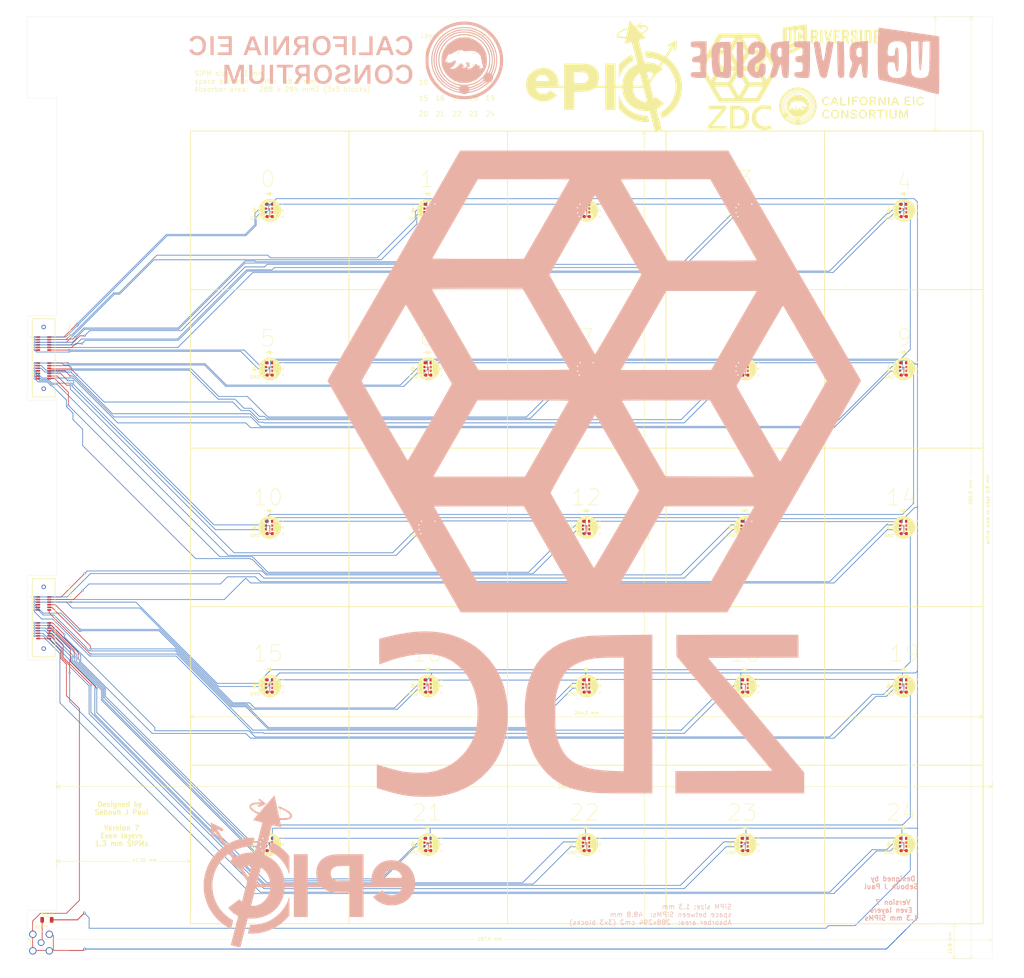
<source format=kicad_pcb>
(kicad_pcb (version 20240108) (generator "pcbnew") (generator_version "8.0")
  (layers (0 "F.Cu" signal) (1 "In1.Cu" signal) (2 "In2.Cu" signal) (31 "B.Cu" signal) (34 "B.Paste" user) (35 "F.Paste" user) (36 "B.SilkS" user "B.Silkscreen") (37 "F.SilkS" user "F.Silkscreen") (38 "B.Mask" user) (39 "F.Mask" user) (44 "Edge.Cuts" user))
  (net 0 "")
  (net 1 "GND")
  (net 2 "K0")
  (net 3 "A0")
  (net 4 "K1")
  (net 5 "A1")
  (net 6 "K2")
  (net 7 "A2")
  (net 8 "K3")
  (net 9 "A3")
  (net 10 "K4")
  (net 11 "A4")
  (net 12 "K5")
  (net 13 "A5")
  (net 14 "K6")
  (net 15 "A6")
  (net 16 "K7")
  (net 17 "A7")
  (net 18 "K8")
  (net 19 "A8")
  (net 20 "K9")
  (net 21 "A9")
  (net 22 "A10")
  (net 23 "K10")
  (net 24 "A11")
  (net 25 "K11")
  (net 26 "A12")
  (net 27 "K12")
  (net 28 "K14")
  (net 29 "A14")
  (net 30 "K13")
  (net 31 "A13")
  (net 32 "K15")
  (net 33 "A15")
  (net 34 "K16")
  (net 35 "A16")
  (net 36 "K17")
  (net 37 "A17")
  (net 38 "K18")
  (net 39 "A18")
  (net 40 "K19")
  (net 41 "A19")
  (net 42 "K20")
  (net 43 "A20")
  (net 44 "K21")
  (net 45 "A21")
  (net 46 "K22")
  (net 47 "A22")
  (net 48 "K23")
  (net 49 "A23")
  (net 50 "K24")
  (net 51 "A24")
  (net 52 "LED_input")
  (net 53 "LED_input_after_resistor")
  (net 54 "LED_23_to_24")
  (footprint "SiPM:S14160-1315PS_dimple_silkscreen_with_LED_and_capacitor" (layer "F.Cu") (at 324.8 192.2)
    (property "Reference" "REF**34" (hide yes))
    (property "Value" "S14160-3015PS")
  )
  (footprint "SiPM:S14160-1315PS_dimple_silkscreen_with_LED_and_capacitor" (layer "F.Cu") (at 129.6 289.8)
    (property "Reference" "REF**40" (hide yes))
    (property "Value" "S14160-3015PS")
  )
  (footprint "SiPM:S14160-1315PS_dimple_silkscreen_with_LED_and_capacitor" (layer "F.Cu") (at 129.6 192.2)
    (property "Reference" "REF**30" (hide yes))
    (property "Value" "S14160-3015PS")
  )
  (footprint "SiPM:S14160-1315PS_dimple_silkscreen_with_LED_and_capacitor" (layer "F.Cu") (at 324.8 94.6)
    (property "Reference" "REF**24" (hide yes))
    (property "Value" "S14160-3015PS")
  )
  (footprint "Connector_Samtec_HSEC8:SAMTEC_HSEC8-113-01-X-DV-A-L2" (layer "F.Cu") (at 60 140 -90)
    (property "Reference" "REF**")
    (property "Value" "SAMTEC_HSEC8-113-01-X-DV-A-L2")
  )
  (footprint "SiPM:S14160-1315PS_dimple_silkscreen_with_LED_and_capacitor" (layer "F.Cu") (at 276 289.8)
    (property "Reference" "REF**43" (hide yes))
    (property "Value" "S14160-3015PS")
  )
  (footprint "Connector_Coaxial:SMA_Amphenol_901-144_Vertical" (layer "F.Cu") (at 59.2 320)
    (property "Reference" "REF**")
    (property "Value" "SMA_Amphenol_901-144_Vertical")
  )
  (footprint "SiPM:S14160-1315PS_dimple_silkscreen_with_LED_and_capacitor" (layer "F.Cu") (at 276 241)
    (property "Reference" "REF**38" (hide yes))
    (property "Value" "S14160-3015PS")
  )
  (footprint "SiPM:S14160-1315PS_dimple_silkscreen_with_LED_and_capacitor" (layer "F.Cu") (at 227.2 94.6)
    (property "Reference" "REF**22" (hide yes))
    (property "Value" "S14160-3015PS")
  )
  (footprint "Connector_Samtec_HSEC8:SAMTEC_HSEC8-113-01-X-DV-A-L2" (layer "F.Cu") (at 60 220 -90)
    (property "Reference" "REF**")
    (property "Value" "SAMTEC_HSEC8-113-01-X-DV-A-L2")
  )
  (footprint "SiPM:S14160-1315PS_dimple_silkscreen_with_LED_and_capacitor" (layer "F.Cu") (at 276 143.4)
    (property "Reference" "REF**28" (hide yes))
    (property "Value" "S14160-3015PS")
  )
  (footprint "SiPM:S14160-1315PS_dimple_silkscreen_with_LED_and_capacitor" (layer "F.Cu") (at 276 94.6)
    (property "Reference" "REF**23" (hide yes))
    (property "Value" "S14160-3015PS")
  )
  (footprint "Symbol:UCR_Logo_3cm" (layer "F.Cu") (at 302.5 41.9)
    (property "Reference" "G***" (hide yes))
    (property "Value" "LOGO" (hide yes))
  )
  (footprint "SiPM:S14160-1315PS_dimple_silkscreen_with_LED_and_capacitor" (layer "F.Cu") (at 227.2 192.2)
    (property "Reference" "REF**32" (hide yes))
    (property "Value" "S14160-3015PS")
  )
  (footprint "SiPM:S14160-1315PS_dimple_silkscreen_with_LED_and_capacitor" (layer "F.Cu") (at 324.8 289.8)
    (property "Reference" "REF**44" (hide yes))
    (property "Value" "S14160-3015PS")
  )
  (footprint "SiPM:S14160-1315PS_dimple_silkscreen_with_LED_and_capacitor" (layer "F.Cu") (at 178.4 143.4)
    (property "Reference" "REF**26" (hide yes))
    (property "Value" "S14160-3015PS")
  )
  (footprint "SiPM:S14160-1315PS_dimple_silkscreen_with_LED_and_capacitor" (layer "F.Cu") (at 178.4 241)
    (property "Reference" "REF**36" (hide yes))
    (property "Value" "S14160-3015PS")
  )
  (footprint "SiPM:S14160-1315PS_dimple_silkscreen_with_LED_and_capacitor" (layer "F.Cu") (at 129.6 94.6)
    (property "Reference" "REF**20" (hide yes))
    (property "Value" "S14160-3015PS")
  )
  (footprint "SiPM:S14160-1315PS_dimple_silkscreen_with_LED_and_capacitor" (layer "F.Cu") (at 129.6 143.4)
    (property "Reference" "REF**25" (hide yes))
    (property "Value" "S14160-3015PS")
  )
  (footprint "SiPM:S14160-1315PS_dimple_silkscreen_with_LED_and_capacitor" (layer "F.Cu") (at 227.2 241)
    (property "Reference" "REF**37" (hide yes))
    (property "Value" "S14160-3015PS")
  )
  (footprint "Symbol:ZDC_logo_30x30mm" (layer "F.Cu") (at 273.568409 55.081019)
    (property "Reference" "G***" (hide yes))
    (property "Value" "LOGO" (hide yes))
  )
  (footprint "SiPM:S14160-1315PS_dimple_silkscreen_with_LED_and_capacitor" (layer "F.Cu") (at 178.4 192.2)
    (property "Reference" "REF**31" (hide yes))
    (property "Value" "S14160-3015PS")
  )
  (footprint "Symbol:ePIC_logo_5.0cm" (layer "F.Cu") (at 232.5 53.3)
    (property "Reference" "G***" (hide yes))
    (property "Value" "LOGO" (hide yes))
  )
  (footprint "SiPM:S14160-1315PS_dimple_silkscreen_with_LED_and_capacitor" (layer "F.Cu") (at 227.2 143.4)
    (property "Reference" "REF**27" (hide yes))
    (property "Value" "S14160-3015PS")
  )
  (footprint "Symbol:consortium_logo_5cm" (layer "F.Cu") (at 308.2 62.4)
    (property "Reference" "G***" (hide yes))
    (property "Value" "LOGO" (hide yes))
  )
  (footprint "SiPM:S14160-1315PS_dimple_silkscreen_with_LED_and_capacitor" (layer "F.Cu") (at 178.4 289.8)
    (property "Reference" "REF**41" (hide yes))
    (property "Value" "S14160-3015PS")
  )
  (footprint "SiPM:S14160-1315PS_dimple_silkscreen_with_LED_and_capacitor" (layer "F.Cu") (at 324.8 143.4)
    (property "Reference" "REF**29" (hide yes))
    (property "Value" "S14160-3015PS")
  )
  (footprint "Resistor_SMD:R_1206_3216Metric" (layer "F.Cu") (at 61 313)
    (property "Reference" "50 Ω")
    (property "Value" "R_1206_3216Metric")
  )
  (footprint "SiPM:S14160-1315PS_dimple_silkscreen_with_LED_and_capacitor" (layer "F.Cu") (at 178.4 94.6)
    (property "Reference" "REF**21" (hide yes))
    (property "Value" "S14160-3015PS")
  )
  (footprint "SiPM:S14160-1315PS_dimple_silkscreen_with_LED_and_capacitor" (layer "F.Cu") (at 227.2 289.8)
    (property "Reference" "REF**42" (hide yes))
    (property "Value" "S14160-3015PS")
  )
  (footprint "SiPM:S14160-1315PS_dimple_silkscreen_with_LED_and_capacitor" (layer "F.Cu") (at 129.6 241)
    (property "Reference" "REF**35" (hide yes))
    (property "Value" "S14160-3015PS")
  )
  (footprint "SiPM:S14160-1315PS_dimple_silkscreen_with_LED_and_capacitor" (layer "F.Cu") (at 324.8 241)
    (property "Reference" "REF**39" (hide yes))
    (property "Value" "S14160-3015PS")
  )
  (footprint "SiPM:S14160-1315PS_dimple_silkscreen_with_LED_and_capacitor" (layer "F.Cu") (at 276 192.2)
    (property "Reference" "REF**33" (hide yes))
    (property "Value" "S14160-3015PS")
  )
  (footprint "Symbol:UCR_logo_10cm" (layer "B.Cu") (at 298.2 50.5 180)
    (property "Reference" "G***" (hide yes))
    (property "Value" "LOGO" (hide yes))
  )
  (footprint "Symbol:Consortium_logo_11cm" (layer "B.Cu") (at 152.8 48 180)
    (property "Reference" "G***" (hide yes))
    (property "Value" "LOGO" (hide yes))
  )
  (footprint "Symbol:ZDC_logo_20x20cm" (layer "B.Cu") (at 232.4 176.2 180)
    (property "Reference" "G***" (hide yes))
    (property "Value" "LOGO" (hide yes))
  )
  (footprint "Symbol:ePIC_logo_6.8cm" (layer "B.Cu") (at 141.8 298.1 180)
    (property "Reference" "G***" (hide yes))
    (property "Value" "LOGO" (hide yes))
  )
  (gr_line (start 105.2 216.6) (end 349.2 216.6) (stroke (width 0.25)) (layer "F.SilkS"))
  (gr_line (start 349.2 70.2) (end 349.2 314.2) (stroke (width 0.25)) (layer "F.SilkS"))
  (gr_line (start 251.6 70.2) (end 251.6 314.2) (stroke (width 0.25)) (layer "F.SilkS"))
  (gr_line (start 300.4 70.2) (end 300.4 314.2) (stroke (width 0.25)) (layer "F.SilkS"))
  (gr_line (start 105.2 167.8) (end 349.2 167.8) (stroke (width 0.25)) (layer "F.SilkS"))
  (gr_line (start 105.2 70.2) (end 105.2 314.2) (stroke (width 0.25)) (layer "F.SilkS"))
  (gr_line (start 105.2 119) (end 349.2 119) (stroke (width 0.25)) (layer "F.SilkS"))
  (gr_line (start 202.8 70.2) (end 202.8 314.2) (stroke (width 0.25)) (layer "F.SilkS"))
  (gr_line (start 105.2 70.2) (end 349.2 70.2) (stroke (width 0.25)) (layer "F.SilkS"))
  (gr_line (start 105.2 265.4) (end 349.2 265.4) (stroke (width 0.25)) (layer "F.SilkS"))
  (gr_line (start 154 70.2) (end 154 314.2) (stroke (width 0.25)) (layer "F.SilkS"))
  (gr_line (start 105.2 314.2) (end 349.2 314.2) (stroke (width 0.25)) (layer "F.SilkS"))
  (gr_line (start 55 325) (end 55 310) (stroke (width 0.05)) (layer "Edge.Cuts"))
  (gr_line (start 64 153) (end 55 153) (stroke (width 0.05)) (layer "Edge.Cuts"))
  (gr_line (start 55 127) (end 55 153) (stroke (width 0.05)) (layer "Edge.Cuts"))
  (gr_line (start 55 207) (end 55 233) (stroke (width 0.05)) (layer "Edge.Cuts"))
  (gr_line (start 55 207) (end 64 207) (stroke (width 0.05)) (layer "Edge.Cuts"))
  (gr_line (start 55 35) (end 352 35) (stroke (width 0.05)) (layer "Edge.Cuts"))
  (gr_line (start 55 233) (end 64 233) (stroke (width 0.05)) (layer "Edge.Cuts"))
  (gr_line (start 64 60) (end 55 60) (stroke (width 0.05)) (layer "Edge.Cuts"))
  (gr_line (start 55 60) (end 55 35) (stroke (width 0.05)) (layer "Edge.Cuts"))
  (gr_line (start 55 127) (end 64 127) (stroke (width 0.05)) (layer "Edge.Cuts"))
  (gr_line (start 64 153) (end 64 207) (stroke (width 0.05)) (layer "Edge.Cuts"))
  (gr_line (start 64 127) (end 64 60) (stroke (width 0.05)) (layer "Edge.Cuts"))
  (gr_line (start 352 35) (end 352 325) (stroke (width 0.05)) (layer "Edge.Cuts"))
  (gr_line (start 352 325) (end 55 325) (stroke (width 0.05)) (layer "Edge.Cuts"))
  (gr_line (start 55 310) (end 64 310) (stroke (width 0.05)) (layer "Edge.Cuts"))
  (gr_line (start 64 310) (end 64 233) (stroke (width 0.05)) (layer "Edge.Cuts"))
  (gr_text "SiPM size: 1.3 mm\nspace between SiPMs:  48.8 mm\nAbsorber area:  288x294 cm2 (3x3 blocks)" (at 271.9 311.4 0) (layer "B.SilkS") (effects (font (size 1.5 1.5)) (justify left mirror)))
  (gr_text "Designed by \nSebouh J Paul\n\nVersion 7 \nEven layers\n1.3 mm SiPMs" (at 320.9 306.4 0) (layer "B.SilkS") (effects (font (size 1.5 1.5) (thickness 0.3)) (justify mirror)))
  (gr_text "3" (at 276 85 0) (layer "F.SilkS") (effects (font (size 5 5))))
  (gr_text "17" (at 226.45 231 0) (layer "F.SilkS") (effects (font (size 5 5))))
  (gr_text "14" (at 324 183 0) (layer "F.SilkS") (effects (font (size 5 5))))
  (gr_text "19" (at 325 231 0) (layer "F.SilkS") (effects (font (size 5 5))))
  (gr_text "Layout of channels:\n\n 0   1   2   3   4\n\n 5   6   7   8   9\n\n10  11  12  13  14\n\n15  16  17  18  19\n\n20  21  22  23  24" (at 187.2 52.8 0) (layer "F.SilkS") (effects (font (size 1.5 1.5))))
  (gr_text "4" (at 325 85.95 0) (layer "F.SilkS") (effects (font (size 5 5))))
  (gr_text "10" (at 129 183 0) (layer "F.SilkS") (effects (font (size 5 5))))
  (gr_text "24" (at 324 280 0) (layer "F.SilkS") (effects (font (size 5 5))))
  (gr_text "1" (at 178 85 0) (layer "F.SilkS") (effects (font (size 5 5))))
  (gr_text "12" (at 227 183 0) (layer "F.SilkS") (effects (font (size 5 5))))
  (gr_text "5" (at 129 133.95 0) (layer "F.SilkS") (effects (font (size 5 5))))
  (gr_text "23" (at 275 280 0) (layer "F.SilkS") (effects (font (size 5 5))))
  (gr_text "18" (at 276 231 0) (layer "F.SilkS") (effects (font (size 5 5))))
  (gr_text "11" (at 178.65 181.55 0) (layer "F.SilkS") (effects (font (size 5 5))))
  (gr_text "6" (at 178 133.75 0) (layer "F.SilkS") (effects (font (size 5 5))))
  (gr_text "8" (at 276 133.75 0) (layer "F.SilkS") (effects (font (size 5 5))))
  (gr_text "9" (at 325 133.75 0) (layer "F.SilkS") (effects (font (size 5 5))))
  (gr_text "7" (at 227 133.75 0) (layer "F.SilkS") (effects (font (size 5 5))))
  (gr_text "2" (at 227 85 0) (layer "F.SilkS") (effects (font (size 5 5))))
  (gr_text "13" (at 276 183 0) (layer "F.SilkS") (effects (font (size 5 5))))
  (gr_text "20" (at 129 280 0) (layer "F.SilkS") (effects (font (size 5 5))))
  (gr_text "SiPM size: 1.3 mm\nspace between SiPMs:  48.8 mm\nAbsorber area:   288 x 294 mm2 (3x3 blocks)\n\n" (at 106.3 56.1 0) (layer "F.SilkS") (effects (font (size 1.5 1.5)) (justify left)))
  (gr_text "21" (at 178 280 0) (layer "F.SilkS") (effects (font (size 5 5))))
  (gr_text "Designed by \nSebouh J Paul\n\nVersion 7\nEven layers\n1.3 mm SiPMs\n" (at 84 283.5 0) (layer "F.SilkS") (effects (font (size 1.5 1.5) (thickness 0.3))))
  (gr_text "16" (at 178 231 0) (layer "F.SilkS") (effects (font (size 5 5))))
  (gr_text "0" (at 129 85 0) (layer "F.SilkS") (effects (font (size 5 5))))
  (gr_text "15" (at 129 231 0) (layer "F.SilkS") (effects (font (size 5 5))))
  (gr_text "22" (at 226.45 280 0) (layer "F.SilkS") (effects (font (size 5 5))))
  (gr_text "active area to edge 2.8 mm" (at 351.2 197.6 90) (layer "F.SilkS") (effects (font (size 1 1)) (justify left bottom)))
  (dimension (type aligned) (layer "F.SilkS") (pts (xy 346.9 70.2) (xy 346.9 35)) (height -12.4) (gr_text "35.2 mm" (at 332.891574 51.801574 90) (layer "F.SilkS") (effects (font (size 1 1) (thickness 0.15)))) (format (prefix "") (suffix "") (units 3) (units_format 1) (precision 1)) (style (thickness 0.1) (arrow_length 1.27) (text_position_mode 2) (extension_height 0.58642) (extension_offset 0.5) keep_text_aligned))
  (dimension (type aligned) (layer "F.SilkS") (pts (xy 345.5 325) (xy 345.5 35)) (height 0) (gr_text "290.0 mm" (at 345.4 181.4 90) (layer "F.SilkS") (effects (font (size 1 1) (thickness 0.15)))) (format (prefix "") (suffix "") (units 3) (units_format 1) (precision 1)) (style (thickness 0.1) (arrow_length 1.27) (text_position_mode 2) (extension_height 0.58642) (extension_offset 0.5) keep_text_aligned))
  (dimension (type aligned) (layer "F.SilkS") (pts (xy 55 319) (xy 352 319.2)) (height -0.01) (gr_text "297.0 mm" (at 197.3 318.9 359.961417) (layer "F.SilkS") (effects (font (size 1 1) (thickness 0.15)))) (format (prefix "") (suffix "") (units 3) (units_format 1) (precision 1)) (style (thickness 0.1) (arrow_length 1.27) (text_position_mode 2) (extension_height 0.58642) (extension_offset 0.5) keep_text_aligned))
  (dimension (type aligned) (layer "F.SilkS") (pts (xy 64 270.062827) (xy 352 270.062827)) (height 1.937173) (gr_text "288.0 mm" (at 222 272 0) (layer "F.SilkS") (effects (font (size 1 1) (thickness 0.15)))) (format (prefix "") (suffix "") (units 3) (units_format 1) (precision 1)) (style (thickness 0.15) (arrow_length 1.27) (text_position_mode 2) (extension_height 0.58642) (extension_offset 0.5) keep_text_aligned))
  (dimension (type aligned) (layer "F.SilkS") (pts (xy 346.45 314.2) (xy 346.4 70.2)) (height -101.52) (gr_text "244.0 mm" (at 246.055002 192.220567 -89.98825906) (layer "F.SilkS") (effects (font (size 1 1) (thickness 0.15)))) (format (prefix "") (suffix "") (units 3) (units_format 1) (precision 1)) (style (thickness 0.15) (arrow_length 1.27) (text_position_mode 0) (extension_height 0.58642) (extension_offset 0.5) keep_text_aligned))
  (dimension (type aligned) (layer "F.SilkS") (pts (xy 345.6 314.2) (xy 345.6 325)) (height 5.246903) (gr_text "10.8 mm" (at 339 320.2 90) (layer "F.SilkS") (effects (font (size 1 1) (thickness 0.15)))) (format (prefix "") (suffix "") (units 3) (units_format 1) (precision 1)) (style (thickness 0.1) (arrow_length 1.27) (text_position_mode 2) (extension_height 0.58642) (extension_offset 0.5) keep_text_aligned))
  (dimension (type aligned) (layer "F.SilkS") (pts (xy 105.2 311.45) (xy 349.2 311.45)) (height -60.97) (gr_text "244.0 mm" (at 227.2 249.33 0) (layer "F.SilkS") (effects (font (size 1 1) (thickness 0.15)))) (format (prefix "") (suffix "") (units 3) (units_format 1) (precision 1)) (style (thickness 0.15) (arrow_length 1.27) (text_position_mode 0) (extension_height 0.58642) (extension_offset 0.5) keep_text_aligned))
  (dimension (type aligned) (layer "F.SilkS") (pts (xy 64 297.580771) (xy 105.2 297.580771)) (height -2.580771) (gr_text "41.20 mm" (at 91.11 294.670771 0) (layer "F.SilkS") (effects (font (size 1 1) (thickness 0.15)))) (format (prefix "") (suffix "") (units 3) (units_format 1) (precision 2)) (style (thickness 0.15) (arrow_length 1.27) (text_position_mode 2) (extension_height 0.58642) (extension_offset 0.5) keep_text_aligned))
  (segment (start 324.4 236) (end 130 236) (width 0.2) (layer "B.Cu") (net 0))
  (segment (start 180.4 190.3) (end 180.5 190.2) (width 0.2) (layer "B.Cu") (net 0))
  (segment (start 229.2 190.3) (end 273.9 190.3) (width 0.2) (layer "B.Cu") (net 0))
  (segment (start 130 283.8) (end 324.4 283.8) (width 0.2) (layer "B.Cu") (net 0))
  (segment (start 225.1 287.9) (end 180.4 287.9) (width 0.2) (layer "B.Cu") (net 0))
  (segment (start 326.8 190.3) (end 326.8 233.6) (width 0.2) (layer "B.Cu") (net 0))
  (segment (start 128.6 140.4) (end 127.5 141.5) (width 0.2) (layer "B.Cu") (net 0))
  (segment (start 180.4 239.1) (end 180.5 239.2) (width 0.2) (layer "B.Cu") (net 0))
  (segment (start 324.4 283.8) (end 326.8 281.4) (width 0.2) (layer "B.Cu") (net 0))
  (segment (start 327.8 142.5) (end 326.8 141.5) (width 0.2) (layer "B.Cu") (net 0))
  (segment (start 326.8 233.6) (end 324.4 236) (width 0.2) (layer "B.Cu") (net 0))
  (segment (start 322.6 239) (end 322.7 239.1) (width 0.2) (layer "B.Cu") (net 0))
  (segment (start 129.25 286.15) (end 129.25 284.55) (width 0.2) (layer "B.Cu") (net 0))
  (segment (start 225 190.2) (end 225.1 190.3) (width 0.2) (layer "B.Cu") (net 0))
  (segment (start 127.5 190.3) (end 129.6 188.2) (width 0.2) (layer "B.Cu") (net 0))
  (segment (start 176.3 239.1) (end 131.6 239.1) (width 0.2) (layer "B.Cu") (net 0))
  (segment (start 127.5 238.5) (end 130 236) (width 0.2) (layer "B.Cu") (net 0))
  (segment (start 129.6 188.2) (end 324.4 188.2) (width 0.2) (layer "B.Cu") (net 0))
  (segment (start 322.7 92.7) (end 278 92.7) (width 0.2) (layer "B.Cu") (net 0))
  (segment (start 277.9 239) (end 322.6 239) (width 0.2) (layer "B.Cu") (net 0))
  (segment (start 180.5 190.2) (end 225 190.2) (width 0.2) (layer "B.Cu") (net 0))
  (segment (start 273.8 239) (end 273.9 239.1) (width 0.2) (layer "B.Cu") (net 0))
  (segment (start 176.3 92.7) (end 131.6 92.7) (width 0.2) (layer "B.Cu") (net 0))
  (segment (start 323.8 140.4) (end 128.6 140.4) (width 0.2) (layer "B.Cu") (net 0))
  (segment (start 273.9 92.7) (end 229.2 92.7) (width 0.2) (layer "B.Cu") (net 0))
  (segment (start 176.3 141.5) (end 131.6 141.5) (width 0.2) (layer "B.Cu") (net 0))
  (segment (start 225 239.2) (end 225.1 239.1) (width 0.2) (layer "B.Cu") (net 0))
  (segment (start 176.3 287.9) (end 131.6 287.9) (width 0.2) (layer "B.Cu") (net 0))
  (segment (start 229.2 287.9) (end 273.9 287.9) (width 0.2) (layer "B.Cu") (net 0))
  (segment (start 129.25 284.55) (end 130 283.8) (width 0.2) (layer "B.Cu") (net 0))
  (segment (start 326.8 92.7) (end 326.8 137.4) (width 0.2) (layer "B.Cu") (net 0))
  (segment (start 225.1 141.5) (end 180.4 141.5) (width 0.2) (layer "B.Cu") (net 0))
  (segment (start 326.8 137.4) (end 323.8 140.4) (width 0.2) (layer "B.Cu") (net 0))
  (segment (start 273.9 141.5) (end 229.2 141.5) (width 0.2) (layer "B.Cu") (net 0))
  (segment (start 127.5 239.1) (end 127.5 238.5) (width 0.2) (layer "B.Cu") (net 0))
  (segment (start 326.8 281.4) (end 326.8 239.1) (width 0.2) (layer "B.Cu") (net 0))
  (segment (start 225.1 92.7) (end 180.4 92.7) (width 0.2) (layer "B.Cu") (net 0))
  (segment (start 130 236) (end 129.25 236.75) (width 0.2) (layer "B.Cu") (net 0))
  (segment (start 322.6 190.4) (end 322.7 190.3) (width 0.2) (layer "B.Cu") (net 0))
  (segment (start 180.5 239.2) (end 225 239.2) (width 0.2) (layer "B.Cu") (net 0))
  (segment (start 131.6 190.3) (end 176.3 190.3) (width 0.2) (layer "B.Cu") (net 0))
  (segment (start 278 190.3) (end 278.1 190.4) (width 0.2) (layer "B.Cu") (net 0))
  (segment (start 278 141.5) (end 322.7 141.5) (width 0.2) (layer "B.Cu") (net 0))
  (segment (start 229.1 239) (end 273.8 239) (width 0.2) (layer "B.Cu") (net 0))
  (segment (start 127.5 287.9) (end 129.25 286.15) (width 0.2) (layer "B.Cu") (net 0))
  (segment (start 278.1 190.4) (end 322.6 190.4) (width 0.2) (layer "B.Cu") (net 0))
  (segment (start 327.8 184.8) (end 327.8 142.5) (width 0.2) (layer "B.Cu") (net 0))
  (segment (start 324.4 188.2) (end 327.8 184.8) (width 0.2) (layer "B.Cu") (net 0))
  (segment (start 68.025 322.425) (end 56.6 322.425) (width 0.2) (layer "F.Cu") (net 1))
  (segment (start 71 248) (end 67 244) (width 0.2) (layer "F.Cu") (net 1))
  (segment (start 67 244) (end 67 234.291176) (width 0.2) (layer "F.Cu") (net 1))
  (segment (start 65.2 229.9) (end 61.7 226.4) (width 0.2) (layer "F.Cu") (net 1))
  (segment (start 56.6 313.4) (end 59 311) (width 0.2) (layer "F.Cu") (net 1))
  (segment (start 62.54 317.46) (end 63 317.92) (width 0.2) (layer "F.Cu") (net 1))
  (segment (start 63 322.08) (end 62.54 322.54) (width 0.2) (layer "F.Cu") (net 1))
  (segment (start 59 311) (end 67 311) (width 0.2) (layer "F.Cu") (net 1))
  (segment (start 67 234.291176) (end 65.2 232.491176) (width 0.2) (layer "F.Cu") (net 1))
  (segment (start 72.6 322) (end 72.175 322.425) (width 0.25) (layer "F.Cu") (net 1))
  (segment (start 58.3 226.4) (end 61.7 226.4) (width 0.2) (layer "F.Cu") (net 1))
  (segment (start 65.2 232.491176) (end 65.2 229.9) (width 0.2) (layer "F.Cu") (net 1))
  (segment (start 72.175 322.425) (end 68.025 322.425) (width 0.25) (layer "F.Cu") (net 1))
  (segment (start 71 307) (end 71 248) (width 0.2) (layer "F.Cu") (net 1))
  (segment (start 63 317.92) (end 63 322.08) (width 0.2) (layer "F.Cu") (net 1))
  (segment (start 56.6 322.425) (end 56.6 313.4) (width 0.2) (layer "F.Cu") (net 1))
  (segment (start 67 311) (end 71 307) (width 0.2) (layer "F.Cu") (net 1))
  (via (at 72.6 322) (size 0.8) (drill 0.4) (layers "F.Cu" "B.Cu") (net 1))
  (segment (start 128.6 190) (end 129.4 189.2) (width 0.2) (layer "B.Cu") (net 1))
  (segment (start 324.4 141) (end 324.2 140.8) (width 0.2) (layer "B.Cu") (net 1))
  (segment (start 178.95 289.45) (end 178 289.45) (width 0.2) (layer "B.Cu") (net 1))
  (segment (start 178 241) (end 176.1 242.9) (width 0.2) (layer "B.Cu") (net 1))
  (segment (start 322.55 193.85) (end 322.6 193.8) (width 0.2) (layer "B.Cu") (net 1))
  (segment (start 226.2 241.6) (end 224.9 242.9) (width 0.2) (layer "B.Cu") (net 1))
  (segment (start 274.8 237) (end 226.8 237) (width 0.2) (layer "B.Cu") (net 1))
  (segment (start 327.8 237) (end 328.4 237) (width 0.2) (layer "B.Cu") (net 1))
  (segment (start 273.7 291.7) (end 276.2 289.2) (width 0.2) (layer "B.Cu") (net 1))
  (segment (start 275.8 189.5) (end 275.5 189.2) (width 0.2) (layer "B.Cu") (net 1))
  (segment (start 329 236.4) (end 329 312.4) (width 0.2) (layer "B.Cu") (net 1))
  (segment (start 179 189.2) (end 179 193.8) (width 0.2) (layer "B.Cu") (net 1))
  (segment (start 226.8 189.2) (end 226.8 193.8) (width 0.2) (layer "B.Cu") (net 1))
  (segment (start 178.2 143.515686) (end 176.257843 145.457843) (width 0.2) (layer "B.Cu") (net 1))
  (segment (start 273.8 140.8) (end 225.38995 140.8) (width 0.2) (layer "B.Cu") (net 1))
  (segment (start 327.08995 140.8) (end 328.2 141.91005) (width 0.2) (layer "B.Cu") (net 1))
  (segment (start 129.8 142.8) (end 129.8 140.8) (width 0.2) (layer "B.Cu") (net 1))
  (segment (start 324.2 140.8) (end 273.8 140.8) (width 0.2) (layer "B.Cu") (net 1))
  (segment (start 176.1 96.5) (end 178 94.6) (width 0.2) (layer "B.Cu") (net 1))
  (segment (start 178 91) (end 227 91) (width 0.2) (layer "B.Cu") (net 1))
  (segment (start 324.4 143.4) (end 324.4 141) (width 0.2) (layer "B.Cu") (net 1))
  (segment (start 179.2 189.2) (end 129.4 189.2) (width 0.2) (layer "B.Cu") (net 1))
  (segment (start 276.2 289.2) (end 276.2 284.8) (width 0.2) (layer "B.Cu") (net 1))
  (segment (start 319.4 322) (end 325.275 316.125) (width 0.25) (layer "B.Cu") (net 1))
  (segment (start 275.5 189.2) (end 226.8 189.2) (width 0.2) (layer "B.Cu") (net 1))
  (segment (start 225.15 193.85) (end 224.9 194.1) (width 0.2) (layer "B.Cu") (net 1))
  (segment (start 273.8 145.3) (end 275.3 143.8) (width 0.2) (layer "B.Cu") (net 1))
  (segment (start 276 94.2) (end 276 91) (width 0.2) (layer "B.Cu") (net 1))
  (segment (start 178.95 193.85) (end 176.35 193.85) (width 0.2) (layer "B.Cu") (net 1))
  (segment (start 226.75 193.85) (end 225.15 193.85) (width 0.2) (layer "B.Cu") (net 1))
  (segment (start 274.6 237) (end 324.4 237) (width 0.2) (layer "B.Cu") (net 1))
  (segment (start 179 284.8) (end 179 289.4) (width 0.2) (layer "B.Cu") (net 1))
  (segment (start 274.6 242) (end 274.6 237) (width 0.2) (layer "B.Cu") (net 1))
  (segment (start 224.9 96.5) (end 227 94.4) (width 0.2) (layer "B.Cu") (net 1))
  (segment (start 72.6 322) (end 319.4 322) (width 0.25) (layer "B.Cu") (net 1))
  (segment (start 273.7 242.9) (end 274.6 242) (width 0.2) (layer "B.Cu") (net 1))
  (segment (start 226.8 289.8) (end 226.8 284.8) (width 0.2) (layer "B.Cu") (net 1))
  (segment (start 176.1 291.7) (end 178 289.8) (width 0.2) (layer "B.Cu") (net 1))
  (segment (start 328 91) (end 329 92) (width 0.2) (layer "B.Cu") (net 1))
  (segment (start 178.2 141.2) (end 178.2 143.515686) (width 0.2) (layer "B.Cu") (net 1))
  (segment (start 179.4 237) (end 132.6 237) (width 0.2) (layer "B.Cu") (net 1))
  (segment (start 177.8 140.8) (end 225.38995 140.8) (width 0.2) (layer "B.Cu") (net 1))
  (segment (start 129.9 92.7) (end 129.25 93.35) (width 0.2) (layer "B.Cu") (net 1))
  (segment (start 129.8 140.8) (end 177.8 140.8) (width 0.2) (layer "B.Cu") (net 1))
  (segment (start 324.7 189.5) (end 325.6 188.6) (width 0.2) (layer "B.Cu") (net 1))
  (segment (start 176.35 193.85) (end 176.1 194.1) (width 0.2) (layer "B.Cu") (net 1))
  (segment (start 227 237) (end 179.4 237) (width 0.2) (layer "B.Cu") (net 1))
  (segment (start 226.8 241.6) (end 226.2 241.6) (width 0.2) (layer "B.Cu") (net 1))
  (segment (start 273.7 96.5) (end 276 94.2) (width 0.2) (layer "B.Cu") (net 1))
  (segment (start 325.6 188.6) (end 324.15 190.05) (width 0.2) (layer "B.Cu") (net 1))
  (segment (start 224.9 291.7) (end 226.8 289.8) (width 0.2) (layer "B.Cu") (net 1))
  (segment (start 328.2 186) (end 328.8 186) (width 0.2) (layer "B.Cu") (net 1))
  (segment (start 328.4 237) (end 329 236.4) (width 0.2) (layer "B.Cu") (net 1))
  (segment (start 129.6 240.6) (end 129.6 240) (width 0.2) (layer "B.Cu") (net 1))
  (segment (start 127.3 145.3) (end 129.8 142.8) (width 0.2) (layer "B.Cu") (net 1))
  (segment (start 328.2 186) (end 325.6 188.6) (width 0.2) (layer "B.Cu") (net 1))
  (segment (start 324.15 190.05) (end 324.15 192.45) (width 0.2) (layer "B.Cu") (net 1))
  (segment (start 227 189.2) (end 179 189.2) (width 0.2) (layer "B.Cu") (net 1))
  (segment (start 322.5 96.5) (end 325 94) (width 0.2) (layer "B.Cu") (net 1))
  (segment (start 227 143.2) (end 224.9 145.3) (width 0.2) (layer "B.Cu") (net 1))
  (segment (start 275.3 143.8) (end 275.3 140.8) (width 0.2) (layer "B.Cu") (net 1))
  (segment (start 129.25 94.55) (end 127.3 96.5) (width 0.2) (layer "B.Cu") (net 1))
  (segment (start 276.2 284.8) (end 274.6 284.8) (width 0.2) (layer "B.Cu") (net 1))
  (segment (start 178 94.6) (end 178 91) (width 0.2) (layer "B.Cu") (net 1))
  (segment (start 325 91) (end 328 91) (width 0.2) (layer "B.Cu") (net 1))
  (segment (start 178 239.2) (end 179.4 237.8) (width 0.2) (layer "B.Cu") (net 1))
  (segment (start 328.8 284.8) (end 324.2 284.8) (width 0.2) (layer "B.Cu") (net 1))
  (segment (start 322.6 284.8) (end 276.2 284.8) (width 0.2) (layer "B.Cu") (net 1))
  (segment (start 324.2 284.8) (end 324.2 290) (width 0.2) (layer "B.Cu") (net 1))
  (segment (start 275.8 189.5) (end 324.7 189.5) (width 0.2) (layer "B.Cu") (net 1))
  (segment (start 329 92) (end 329 142) (width 0.2) (layer "B.Cu") (net 1))
  (segment (start 276 91) (end 325 91) (width 0.2) (layer "B.Cu") (net 1))
  (segment (start 132.6 237) (end 129.6 240) (width 0.2) (layer "B.Cu") (net 1))
  (segment (start 329 312.4) (end 319.4 322) (width 0.2) (layer "B.Cu") (net 1))
  (segment (start 329 285) (end 328.8 284.8) (width 0.2) (layer "B.Cu") (net 1))
  (segment (start 328.91005 141.91005) (end 329 142) (width 0.2) (layer "B.Cu") (net 1))
  (segment (start 328.8 186) (end 329 185.8) (width 0.2) (layer "B.Cu") (net 1))
  (segment (start 329 142) (end 329 185.8) (width 0.2) (layer "B.Cu") (net 1))
  (segment (start 324.2 140.8) (end 327.08995 140.8) (width 0.2) (layer "B.Cu") (net 1))
  (segment (start 324.2 290) (end 322.5 291.7) (width 0.2) (layer "B.Cu") (net 1))
  (segment (start 129.25 93.35) (end 129.25 94.55) (width 0.2) (layer "B.Cu") (net 1))
  (segment (start 179.2 284.8) (end 130.4 284.8) (width 0.2) (layer "B.Cu") (net 1))
  (segment (start 130.4 284.8) (end 130.4 288.6) (width 0.2) (layer "B.Cu") (net 1))
  (segment (start 324.4 241) (end 324.4 237) (width 0.2) (layer "B.Cu") (net 1))
  (segment (start 127.5 92.7) (end 129.9 92.7) (width 0.2) (layer "B.Cu") (net 1))
  (segment (start 225.38995 140.8) (end 227 140.8) (width 0.2) (layer "B.Cu") (net 1))
  (segment (start 227 140.8) (end 227 143.2) (width 0.2) (layer "B.Cu") (net 1))
  (segment (start 127.3 193.5) (end 127.3 194.1) (width 0.2) (layer "B.Cu") (net 1))
  (segment (start 275.75 194.15) (end 273.65 194.15) (width 0.2) (layer "B.Cu") (net 1))
  (segment (start 325 94) (end 325 91) (width 0.2) (layer "B.Cu") (net 1))
  (segment (start 322.5 145.3) (end 324.4 143.4) (width 0.2) (layer "B.Cu") (net 1))
  (segment (start 177.8 140.8) (end 178.2 141.2) (width 0.2) (layer "B.Cu") (net 1))
  (segment (start 127.3 291.7) (end 130.4 288.6) (width 0.2) (layer "B.Cu") (net 1))
  (segment (start 324.2 284.8) (end 322.6 284.8) (width 0.2) (layer "B.Cu") (net 1))
  (segment (start 227 94.4) (end 227 91) (width 0.2) (layer "B.Cu") (net 1))
  (segment (start 227 284.8) (end 179 284.8) (width 0.2) (layer "B.Cu") (net 1))
  (segment (start 178 241) (end 178 239.2) (width 0.2) (layer "B.Cu") (net 1))
  (segment (start 275.8 189.5) (end 275.8 194.1) (width 0.2) (layer "B.Cu") (net 1))
  (segment (start 328.2 141.91005) (end 328.91005 141.91005) (width 0.2) (layer "B.Cu") (net 1))
  (segment (start 322.5 242.9) (end 324.4 241) (width 0.2) (layer "B.Cu") (net 1))
  (segment (start 179.4 237) (end 179.4 237.8) (width 0.2) (layer "B.Cu") (net 1))
  (segment (start 329 185.8) (end 329 236.4) (width 0.2) (layer "B.Cu") (net 1))
  (segment (start 131.6 91) (end 178 91) (width 0.2) (layer "B.Cu") (net 1))
  (segment (start 128.6 192.2) (end 128.6 190) (width 0.2) (layer "B.Cu") (net 1))
  (segment (start 227 91) (end 276 91) (width 0.2) (layer "B.Cu") (net 1))
  (segment (start 324.4 237) (end 327.8 237) (width 0.2) (layer "B.Cu") (net 1))
  (segment (start 324.15 192.45) (end 322.5 194.1) (width 0.2) (layer "B.Cu") (net 1))
  (segment (start 129.9 92.7) (end 131.6 91) (width 0.2) (layer "B.Cu") (net 1))
  (segment (start 226.8 284.8) (end 274.8 284.8) (width 0.2) (layer "B.Cu") (net 1))
  (segment (start 128.6 192.2) (end 127.3 193.5) (width 0.2) (layer "B.Cu") (net 1))
  (segment (start 226.8 237) (end 226.8 241.6) (width 0.2) (layer "B.Cu") (net 1))
  (segment (start 178 289.8) (end 178 289.45) (width 0.2) (layer "B.Cu") (net 1))
  (segment (start 127.3 242.9) (end 129.6 240.6) (width 0.2) (layer "B.Cu") (net 1))
  (segment (start 275.3 140.8) (end 273.8 140.8) (width 0.2) (layer "B.Cu") (net 1))
  (segment (start 66.2 133.6) (end 70.2 129.6) (width 0.2) (layer "F.Cu") (net 2))
  (segment (start 61.7 133.6) (end 66.2 133.6) (width 0.2) (layer "F.Cu") (net 2))
  (via (at 70.2 129.6) (size 0.6) (drill 0.3) (layers "F.Cu" "B.Cu") (net 2))
  (segment (start 97.8 102) (end 70.2 129.6) (width 0.2) (layer "B.Cu") (net 2))
  (segment (start 122.05 102) (end 97.8 102) (width 0.2) (layer "B.Cu") (net 2))
  (segment (start 125.025 99.025) (end 122.05 102) (width 0.2) (layer "B.Cu") (net 2))
  (segment (start 125.025 95.525) (end 125.025 99.025) (width 0.2) (layer "B.Cu") (net 2))
  (segment (start 126.75 93.8) (end 125.025 95.525) (width 0.2) (layer "B.Cu") (net 2))
  (segment (start 58.35 133.6) (end 57.25 133.6) (width 0.2) (layer "F.Cu") (net 3))
  (via (at 57.25 133.6) (size 0.6) (drill 0.3) (layers "F.Cu" "B.Cu") (net 3))
  (segment (start 66.8 133.6) (end 57.25 133.6) (width 0.2) (layer "B.Cu") (net 3))
  (segment (start 70.2 130.2) (end 66.8 133.6) (width 0.2) (layer "B.Cu") (net 3))
  (segment (start 70.8 129.848529) (end 70.448529 130.2) (width 0.2) (layer "B.Cu") (net 3))
  (segment (start 125.425 99.190686) (end 122.215686 102.4) (width 0.2) (layer "B.Cu") (net 3))
  (segment (start 122.215686 102.4) (end 98 102.4) (width 0.2) (layer "B.Cu") (net 3))
  (segment (start 98 102.4) (end 70.8 129.6) (width 0.2) (layer "B.Cu") (net 3))
  (segment (start 126.75 95.3) (end 125.425 96.625) (width 0.2) (layer "B.Cu") (net 3))
  (segment (start 125.425 96.625) (end 125.425 99.190686) (width 0.2) (layer "B.Cu") (net 3))
  (segment (start 70.8 129.6) (end 70.8 129.848529) (width 0.2) (layer "B.Cu") (net 3))
  (segment (start 70.448529 130.2) (end 70.2 130.2) (width 0.2) (layer "B.Cu") (net 3))
  (segment (start 66.84853 134.4) (end 61.7 134.4) (width 0.2) (layer "F.Cu") (net 4))
  (segment (start 68.124265 133.124265) (end 66.84853 134.4) (width 0.2) (layer "F.Cu") (net 4))
  (via (at 68.124265 133.124265) (size 0.6) (drill 0.3) (layers "F.Cu" "B.Cu") (net 4))
  (segment (start 174.425 94.925) (end 174.425 97.425) (width 0.2) (layer "B.Cu") (net 4))
  (segment (start 129.8 109.2) (end 162.65 109.2) (width 0.2) (layer "B.Cu") (net 4))
  (segment (start 81.6 120) (end 83.2 120) (width 0.2) (layer "B.Cu") (net 4))
  (segment (start 94.8 108.4) (end 129 108.4) (width 0.2) (layer "B.Cu") (net 4))
  (segment (start 129 108.4) (end 129.8 109.2) (width 0.2) (layer "B.Cu") (net 4))
  (segment (start 162.65 109.2) (end 174.425 97.425) (width 0.2) (layer "B.Cu") (net 4))
  (segment (start 68.124265 133.124265) (end 68.475735 133.124265) (width 0.2) (layer "B.Cu") (net 4))
  (segment (start 175.55 93.8) (end 174.425 94.925) (width 0.2) (layer "B.Cu") (net 4))
  (segment (start 83.2 120) (end 94.8 108.4) (width 0.2) (layer "B.Cu") (net 4))
  (segment (start 68.475735 133.124265) (end 81.6 120) (width 0.2) (layer "B.Cu") (net 4))
  (segment (start 58.35 134.4) (end 57.25 134.4) (width 0.2) (layer "F.Cu") (net 5))
  (via (at 57.25 134.4) (size 0.6) (drill 0.3) (layers "F.Cu" "B.Cu") (net 5))
  (segment (start 81.765686 120.4) (end 67.765686 134.4) (width 0.2) (layer "B.Cu") (net 5))
  (segment (start 175.55 95.3) (end 174.85 96) (width 0.2) (layer "B.Cu") (net 5))
  (segment (start 163.9 109.8) (end 93.965686 109.8) (width 0.2) (layer "B.Cu") (net 5))
  (segment (start 93.965686 109.8) (end 83.365686 120.4) (width 0.2) (layer "B.Cu") (net 5))
  (segment (start 67.765686 134.4) (end 57.25 134.4) (width 0.2) (layer "B.Cu") (net 5))
  (segment (start 174.85 98.85) (end 163.9 109.8) (width 0.2) (layer "B.Cu") (net 5))
  (segment (start 83.365686 120.4) (end 81.765686 120.4) (width 0.2) (layer "B.Cu") (net 5))
  (segment (start 174.85 96) (end 174.85 98.85) (width 0.2) (layer "B.Cu") (net 5))
  (segment (start 68 134.2) (end 67 135.2) (width 0.2) (layer "F.Cu") (net 6))
  (segment (start 69 134.2) (end 68 134.2) (width 0.2) (layer "F.Cu") (net 6))
  (segment (start 69.6 133.6) (end 69 134.2) (width 0.2) (layer "F.Cu") (net 6))
  (segment (start 67 135.2) (end 61.7 135.2) (width 0.2) (layer "F.Cu") (net 6))
  (via (at 69.6 133.6) (size 0.6) (drill 0.3) (layers "F.Cu" "B.Cu") (net 6))
  (segment (start 69.6 133.6) (end 72.4 130.8) (width 0.2) (layer "B.Cu") (net 6))
  (segment (start 223.65 95.35) (end 223.65 94.5) (width 0.2) (layer "B.Cu") (net 6))
  (segment (start 125 110.2) (end 125.2 110.4) (width 0.2) (layer "B.Cu") (net 6))
  (segment (start 125.2 110.4) (end 208.6 110.4) (width 0.2) (layer "B.Cu") (net 6))
  (segment (start 121.965686 110.2) (end 125 110.2) (width 0.2) (layer "B.Cu") (net 6))
  (segment (start 208.6 110.4) (end 223.65 95.35) (width 0.2) (layer "B.Cu") (net 6))
  (segment (start 101.365686 130.8) (end 121.965686 110.2) (width 0.2) (layer "B.Cu") (net 6))
  (segment (start 223.65 94.5) (end 224.35 93.8) (width 0.2) (layer "B.Cu") (net 6))
  (segment (start 72.4 130.8) (end 101.365686 130.8) (width 0.2) (layer "B.Cu") (net 6))
  (segment (start 58.35 135.2) (end 57.25 135.2) (width 0.2) (layer "F.Cu") (net 7))
  (via (at 57.25 135.2) (size 0.6) (drill 0.3) (layers "F.Cu" "B.Cu") (net 7))
  (segment (start 72.565686 131.2) (end 70.2 133.565686) (width 0.2) (layer "B.Cu") (net 7))
  (segment (start 224.35 95.3) (end 208.85 110.8) (width 0.2) (layer "B.Cu") (net 7))
  (segment (start 70.2 133.565686) (end 70.2 133.848529) (width 0.2) (layer "B.Cu") (net 7))
  (segment (start 68.848529 135.2) (end 57.25 135.2) (width 0.2) (layer "B.Cu") (net 7))
  (segment (start 208.85 110.8) (end 121.931372 110.8) (width 0.2) (layer "B.Cu") (net 7))
  (segment (start 101.531372 131.2) (end 72.565686 131.2) (width 0.2) (layer "B.Cu") (net 7))
  (segment (start 121.931372 110.8) (end 101.531372 131.2) (width 0.2) (layer "B.Cu") (net 7))
  (segment (start 70.2 133.848529) (end 68.848529 135.2) (width 0.2) (layer "B.Cu") (net 7))
  (segment (start 72.6 133.2) (end 71.2 133.2) (width 0.2) (layer "F.Cu") (net 8))
  (segment (start 71.2 133.2) (end 68.4 136) (width 0.2) (layer "F.Cu") (net 8))
  (segment (start 68.4 136) (end 61.7 136) (width 0.2) (layer "F.Cu") (net 8))
  (via (at 72.6 133.2) (size 0.6) (drill 0.3) (layers "F.Cu" "B.Cu") (net 8))
  (segment (start 271.9 95.05) (end 273.15 93.8) (width 0.2) (layer "B.Cu") (net 8))
  (segment (start 102.4 131.6) (end 74.2 131.6) (width 0.2) (layer "B.Cu") (net 8))
  (segment (start 122 112) (end 102.4 131.6) (width 0.2) (layer "B.Cu") (net 8))
  (segment (start 128.8 111.2) (end 128 112) (width 0.2) (layer "B.Cu") (net 8))
  (segment (start 256.25 111.2) (end 128.8 111.2) (width 0.2) (layer "B.Cu") (net 8))
  (segment (start 128 112) (end 122 112) (width 0.2) (layer "B.Cu") (net 8))
  (segment (start 74.2 131.6) (end 72.6 133.2) (width 0.2) (layer "B.Cu") (net 8))
  (segment (start 271.9 95.55) (end 256.25 111.2) (width 0.2) (layer "B.Cu") (net 8))
  (segment (start 271.9 95.55) (end 271.9 95.05) (width 0.2) (layer "B.Cu") (net 8))
  (segment (start 58.35 136) (end 57.25 136) (width 0.2) (layer "F.Cu") (net 9))
  (via (at 57.25 136) (size 0.6) (drill 0.3) (layers "F.Cu" "B.Cu") (net 9))
  (segment (start 271.9 97.1) (end 256.8 112.2) (width 0.2) (layer "B.Cu") (net 9))
  (segment (start 71.6 134.2) (end 69.8 136) (width 0.2) (layer "B.Cu") (net 9))
  (segment (start 131 112.2) (end 130.3 112.9) (width 0.2) (layer "B.Cu") (net 9))
  (segment (start 130.3 112.9) (end 122.5 112.9) (width 0.2) (layer "B.Cu") (net 9))
  (segment (start 122.5 112.9) (end 101.2 134.2) (width 0.2) (layer "B.Cu") (net 9))
  (segment (start 272.1 96.35) (end 273.15 95.3) (width 0.2) (layer "B.Cu") (net 9))
  (segment (start 272.1 96.85) (end 272.1 96.35) (width 0.2) (layer "B.Cu") (net 9))
  (segment (start 271.9 97.05) (end 271.9 97.1) (width 0.2) (layer "B.Cu") (net 9))
  (segment (start 69.8 136) (end 57.25 136) (width 0.2) (layer "B.Cu") (net 9))
  (segment (start 272.1 96.85) (end 271.9 97.05) (width 0.2) (layer "B.Cu") (net 9))
  (segment (start 256.8 112.2) (end 131 112.2) (width 0.2) (layer "B.Cu") (net 9))
  (segment (start 101.2 134.2) (end 71.6 134.2) (width 0.2) (layer "B.Cu") (net 9))
  (segment (start 68.6 136.8) (end 61.7 136.8) (width 0.2) (layer "F.Cu") (net 10))
  (segment (start 71.8 135.6) (end 69.8 135.6) (width 0.2) (layer "F.Cu") (net 10))
  (segment (start 69.8 135.6) (end 68.6 136.8) (width 0.2) (layer "F.Cu") (net 10))
  (via (at 71.8 135.6) (size 0.6) (drill 0.3) (layers "F.Cu" "B.Cu") (net 10))
  (segment (start 320.2 95.55) (end 321.95 93.8) (width 0.2) (layer "B.Cu") (net 10))
  (segment (start 71.8 135.6) (end 72.8 134.6) (width 0.2) (layer "B.Cu") (net 10))
  (segment (start 319.65 95.55) (end 320.2 95.55) (width 0.2) (layer "B.Cu") (net 10))
  (segment (start 122.7 113.3) (end 301.9 113.3) (width 0.2) (layer "B.Cu") (net 10))
  (segment (start 301.9 113.3) (end 319.65 95.55) (width 0.2) (layer "B.Cu") (net 10))
  (segment (start 72.8 134.6) (end 101.4 134.6) (width 0.2) (layer "B.Cu") (net 10))
  (segment (start 101.4 134.6) (end 122.7 113.3) (width 0.2) (layer "B.Cu") (net 10))
  (segment (start 58.35 136.8) (end 57.25 136.8) (width 0.2) (layer "F.Cu") (net 11))
  (via (at 57.25 136.8) (size 0.6) (drill 0.3) (layers "F.Cu" "B.Cu") (net 11))
  (segment (start 101.3 136.8) (end 124.4 113.7) (width 0.2) (layer "B.Cu") (net 11))
  (segment (start 57.25 136.8) (end 101.3 136.8) (width 0.2) (layer "B.Cu") (net 11))
  (segment (start 303.05 113.7) (end 319.7 97.05) (width 0.2) (layer "B.Cu") (net 11))
  (segment (start 319.7 97.05) (end 320.2 97.05) (width 0.2) (layer "B.Cu") (net 11))
  (segment (start 320.2 97.05) (end 321.95 95.3) (width 0.2) (layer "B.Cu") (net 11))
  (segment (start 124.4 113.7) (end 303.05 113.7) (width 0.2) (layer "B.Cu") (net 11))
  (segment (start 61.7 137.6) (end 67.8 137.6) (width 0.2) (layer "F.Cu") (net 12))
  (via (at 67.8 137.6) (size 0.6) (drill 0.3) (layers "F.Cu" "B.Cu") (net 12))
  (segment (start 121.75 137.6) (end 67.8 137.6) (width 0.2) (layer "B.Cu") (net 12))
  (segment (start 126.75 142.6) (end 121.75 137.6) (width 0.2) (layer "B.Cu") (net 12))
  (segment (start 58.35 137.6) (end 57.25 137.6) (width 0.2) (layer "F.Cu") (net 13))
  (via (at 57.25 137.6) (size 0.6) (drill 0.3) (layers "F.Cu" "B.Cu") (net 13))
  (segment (start 68.248529 138) (end 68.048529 138.2) (width 0.2) (layer "B.Cu") (net 13))
  (segment (start 120.65 138) (end 68.248529 138) (width 0.2) (layer "B.Cu") (net 13))
  (segment (start 57.85 138.2) (end 57.25 137.6) (width 0.2) (layer "B.Cu") (net 13))
  (segment (start 68.048529 138.2) (end 57.85 138.2) (width 0.2) (layer "B.Cu") (net 13))
  (segment (start 126.75 144.1) (end 120.65 138) (width 0.2) (layer "B.Cu") (net 13))
  (segment (start 67.4 141.6) (end 61.7 141.6) (width 0.2) (layer "F.Cu") (net 14))
  (via (at 67.4 141.6) (size 0.6) (drill 0.3) (layers "F.Cu" "B.Cu") (net 14))
  (segment (start 67.6 141.8) (end 67.4 141.6) (width 0.2) (layer "B.Cu") (net 14))
  (segment (start 109.668628 141.8) (end 67.6 141.8) (width 0.2) (layer "B.Cu") (net 14))
  (segment (start 116.268628 148.4) (end 109.668628 141.8) (width 0.2) (layer "B.Cu") (net 14))
  (segment (start 169.75 148.4) (end 116.268628 148.4) (width 0.2) (layer "B.Cu") (net 14))
  (segment (start 175.55 142.6) (end 169.75 148.4) (width 0.2) (layer "B.Cu") (net 14))
  (segment (start 58.35 141.6) (end 57.25 141.6) (width 0.2) (layer "F.Cu") (net 15))
  (via (at 57.25 141.6) (size 0.6) (drill 0.3) (layers "F.Cu" "B.Cu") (net 15))
  (segment (start 65.6 141.6) (end 57.25 141.6) (width 0.2) (layer "B.Cu") (net 15))
  (segment (start 66.2 142.2) (end 65.6 141.6) (width 0.2) (layer "B.Cu") (net 15))
  (segment (start 109.502942 142.2) (end 66.2 142.2) (width 0.2) (layer "B.Cu") (net 15))
  (segment (start 116.102942 148.8) (end 109.502942 142.2) (width 0.2) (layer "B.Cu") (net 15))
  (segment (start 175.55 144.1) (end 170.85 148.8) (width 0.2) (layer "B.Cu") (net 15))
  (segment (start 170.85 148.8) (end 116.102942 148.8) (width 0.2) (layer "B.Cu") (net 15))
  (segment (start 67.8 142.4) (end 61.7 142.4) (width 0.2) (layer "F.Cu") (net 16))
  (segment (start 68.2 142.8) (end 67.8 142.4) (width 0.2) (layer "F.Cu") (net 16))
  (via (at 68.2 142.8) (size 0.6) (drill 0.3) (layers "F.Cu" "B.Cu") (net 16))
  (segment (start 208.6 158.2) (end 224.2 142.6) (width 0.2) (layer "B.Cu") (net 16))
  (segment (start 68.2 142.8) (end 68.8 143.4) (width 0.2) (layer "B.Cu") (net 16))
  (segment (start 129.034314 158.2) (end 208.6 158.2) (width 0.2) (layer "B.Cu") (net 16))
  (segment (start 68.8 143.4) (end 105.4 143.4) (width 0.2) (layer "B.Cu") (net 16))
  (segment (start 113.882843 151.882843) (end 122.717157 151.882843) (width 0.2) (layer "B.Cu") (net 16))
  (segment (start 105.4 143.4) (end 113.882843 151.882843) (width 0.2) (layer "B.Cu") (net 16))
  (segment (start 224.2 142.6) (end 224.35 142.6) (width 0.2) (layer "B.Cu") (net 16))
  (segment (start 122.717157 151.882843) (end 129.034314 158.2) (width 0.2) (layer "B.Cu") (net 16))
  (segment (start 58.35 142.4) (end 57.25 142.4) (width 0.2) (layer "F.Cu") (net 17))
  (via (at 57.25 142.4) (size 0.6) (drill 0.3) (layers "F.Cu" "B.Cu") (net 17))
  (segment (start 128.6 158.6) (end 128 158) (width 0.2) (layer "B.Cu") (net 17))
  (segment (start 128 158) (end 126.4 158) (width 0.2) (layer "B.Cu") (net 17))
  (segment (start 118.882843 152.717157) (end 113.717157 152.717157) (width 0.2) (layer "B.Cu") (net 17))
  (segment (start 126.4 158) (end 123.917157 155.517157) (width 0.2) (layer "B.Cu") (net 17))
  (segment (start 113.717157 152.717157) (end 104.8 143.8) (width 0.2) (layer "B.Cu") (net 17))
  (segment (start 60.698529 143.8) (end 59.298529 142.4) (width 0.2) (layer "B.Cu") (net 17))
  (segment (start 59.298529 142.4) (end 57.25 142.4) (width 0.2) (layer "B.Cu") (net 17))
  (segment (start 104.8 143.8) (end 60.698529 143.8) (width 0.2) (layer "B.Cu") (net 17))
  (segment (start 123.917157 155.517157) (end 121.682843 155.517157) (width 0.2) (layer "B.Cu") (net 17))
  (segment (start 209.85 158.6) (end 128.6 158.6) (width 0.2) (layer "B.Cu") (net 17))
  (segment (start 224.35 144.1) (end 209.85 158.6) (width 0.2) (layer "B.Cu") (net 17))
  (segment (start 121.682843 155.517157) (end 118.882843 152.717157) (width 0.2) (layer "B.Cu") (net 17))
  (segment (start 61.7 143.2) (end 61.9 143.4) (width 0.2) (layer "F.Cu") (net 18))
  (segment (start 68.4 143.4) (end 70.2 145.2) (width 0.2) (layer "F.Cu") (net 18))
  (segment (start 61.9 143.4) (end 68.4 143.4) (width 0.2) (layer "F.Cu") (net 18))
  (via (at 70.2 145.2) (size 0.6) (drill 0.3) (layers "F.Cu" "B.Cu") (net 18))
  (segment (start 256.25 159) (end 126.2 159) (width 0.2) (layer "B.Cu") (net 18))
  (segment (start 272.4 143.35) (end 273.15 142.6) (width 0.2) (layer "B.Cu") (net 18))
  (segment (start 126.2 159) (end 123.4 156.2) (width 0.2) (layer "B.Cu") (net 18))
  (segment (start 120.8 156.2) (end 118.2 153.6) (width 0.2) (layer "B.Cu") (net 18))
  (segment (start 78.6 153.6) (end 70.2 145.2) (width 0.2) (layer "B.Cu") (net 18))
  (segment (start 271.9 143.35) (end 256.25 159) (width 0.2) (layer "B.Cu") (net 18))
  (segment (start 123.4 156.2) (end 120.8 156.2) (width 0.2) (layer "B.Cu") (net 18))
  (segment (start 118.2 153.6) (end 78.6 153.6) (width 0.2) (layer "B.Cu") (net 18))
  (segment (start 271.9 143.35) (end 272.4 143.35) (width 0.2) (layer "B.Cu") (net 18))
  (segment (start 58.35 143.2) (end 57.25 143.2) (width 0.2) (layer "F.Cu") (net 19))
  (via (at 57.25 143.2) (size 0.6) (drill 0.3) (layers "F.Cu" "B.Cu") (net 19))
  (segment (start 60.351471 144.351471) (end 59.2 143.2) (width 0.2) (layer "B.Cu") (net 19))
  (segment (start 272.4 144.85) (end 273.15 144.1) (width 0.2) (layer "B.Cu") (net 19))
  (segment (start 127.6 159.8) (end 126.2 159.8) (width 0.2) (layer "B.Cu") (net 19))
  (segment (start 81.2 157.2) (end 68.6 144.6) (width 0.2) (layer "B.Cu") (net 19))
  (segment (start 257.2 160) (end 127.8 160) (width 0.2) (layer "B.Cu") (net 19))
  (segment (start 271.9 144.85) (end 272.4 144.85) (width 0.2) (layer "B.Cu") (net 19))
  (segment (start 126.2 159.8) (end 123.6 157.2) (width 0.2) (layer "B.Cu") (net 19))
  (segment (start 271.9 145.3) (end 257.2 160) (width 0.2) (layer "B.Cu") (net 19))
  (segment (start 127.8 160) (end 127.6 159.8) (width 0.2) (layer "B.Cu") (net 19))
  (segment (start 123.6 157.2) (end 81.2 157.2) (width 0.2) (layer "B.Cu") (net 19))
  (segment (start 271.9 144.85) (end 271.9 145.3) (width 0.2) (layer "B.Cu") (net 19))
  (segment (start 68.6 144.351471) (end 60.351471 144.351471) (width 0.2) (layer "B.Cu") (net 19))
  (segment (start 68.6 144.6) (end 68.6 144.351471) (width 0.2) (layer "B.Cu") (net 19))
  (segment (start 59.2 143.2) (end 57.25 143.2) (width 0.2) (layer "B.Cu") (net 19))
  (segment (start 68.2 145.6) (end 66.6 144) (width 0.2) (layer "F.Cu") (net 20))
  (segment (start 66.6 144) (end 61.7 144) (width 0.2) (layer "F.Cu") (net 20))
  (via (at 68.2 145.6) (size 0.6) (drill 0.3) (layers "F.Cu" "B.Cu") (net 20))
  (segment (start 302.7 161.1) (end 321.2 142.6) (width 0.2) (layer "B.Cu") (net 20))
  (segment (start 69 145.6) (end 81.6 158.2) (width 0.2) (layer "B.Cu") (net 20))
  (segment (start 68.2 145.6) (end 69 145.6) (width 0.2) (layer "B.Cu") (net 20))
  (segment (start 126.7 161.1) (end 302.7 161.1) (width 0.2) (layer "B.Cu") (net 20))
  (segment (start 123.8 158.2) (end 126.7 161.1) (width 0.2) (layer "B.Cu") (net 20))
  (segment (start 81.6 158.2) (end 123.8 158.2) (width 0.2) (layer "B.Cu") (net 20))
  (segment (start 321.2 142.6) (end 321.95 142.6) (width 0.2) (layer "B.Cu") (net 20))
  (segment (start 58.35 144) (end 57.25 144) (width 0.2) (layer "F.Cu") (net 21))
  (via (at 57.25 144) (size 0.6) (drill 0.3) (layers "F.Cu" "B.Cu") (net 21))
  (segment (start 303.3 161.5) (end 123.7 161.5) (width 0.2) (layer "B.Cu") (net 21))
  (segment (start 57.298529 144) (end 57.25 144) (width 0.2) (layer "B.Cu") (net 21))
  (segment (start 123.7 161.5) (end 122.2 160) (width 0.2) (layer "B.Cu") (net 21))
  (segment (start 68.965685 146.2) (end 59.498529 146.2) (width 0.2) (layer "B.Cu") (net 21))
  (segment (start 320.7 144.1) (end 303.3 161.5) (width 0.2) (layer "B.Cu") (net 21))
  (segment (start 82.765685 160) (end 68.965685 146.2) (width 0.2) (layer "B.Cu") (net 21))
  (segment (start 122.2 160) (end 82.765685 160) (width 0.2) (layer "B.Cu") (net 21))
  (segment (start 59.498529 146.2) (end 57.298529 144) (width 0.2) (layer "B.Cu") (net 21))
  (segment (start 321.95 144.1) (end 320.7 144.1) (width 0.2) (layer "B.Cu") (net 21))
  (segment (start 58.35 144.8) (end 57.25 144.8) (width 0.2) (layer "F.Cu") (net 22))
  (via (at 57.25 144.8) (size 0.6) (drill 0.3) (layers "F.Cu" "B.Cu") (net 22))
  (segment (start 68.8 147.8) (end 62.565686 147.8) (width 0.2) (layer "B.Cu") (net 22))
  (segment (start 57.4 144.8) (end 57.25 144.8) (width 0.2) (layer "B.Cu") (net 22))
  (segment (start 126.75 192.9) (end 112.9 192.9) (width 0.2) (layer "B.Cu") (net 22))
  (segment (start 59.2 146.6) (end 57.4 144.8) (width 0.2) (layer "B.Cu") (net 22))
  (segment (start 112.9 192.9) (end 68.8 148.8) (width 0.2) (layer "B.Cu") (net 22))
  (segment (start 62.565686 147.8) (end 61.365686 146.6) (width 0.2) (layer "B.Cu") (net 22))
  (segment (start 68.8 148.8) (end 68.8 147.8) (width 0.2) (layer "B.Cu") (net 22))
  (segment (start 61.365686 146.6) (end 59.2 146.6) (width 0.2) (layer "B.Cu") (net 22))
  (segment (start 65.2 144.8) (end 61.7 144.8) (width 0.2) (layer "F.Cu") (net 23))
  (segment (start 67.4 147) (end 65.2 144.8) (width 0.2) (layer "F.Cu") (net 23))
  (segment (start 67.6 147) (end 67.4 147) (width 0.2) (layer "F.Cu") (net 23))
  (via (at 67.6 147) (size 0.6) (drill 0.3) (layers "F.Cu" "B.Cu") (net 23))
  (segment (start 67.6 147) (end 69.2 147) (width 0.2) (layer "B.Cu") (net 23))
  (segment (start 69.2 148.2) (end 112.4 191.4) (width 0.2) (layer "B.Cu") (net 23))
  (segment (start 112.4 191.4) (end 126.75 191.4) (width 0.2) (layer "B.Cu") (net 23))
  (segment (start 69.2 147) (end 69.2 148.2) (width 0.2) (layer "B.Cu") (net 23))
  (segment (start 58.35 145.6) (end 57.25 145.6) (width 0.2) (layer "F.Cu") (net 24))
  (via (at 57.25 145.6) (size 0.6) (drill 0.3) (layers "F.Cu" "B.Cu") (net 24))
  (segment (start 168.5 200.8) (end 175.4 193.9) (width 0.2) (layer "B.Cu") (net 24))
  (segment (start 61.2 147) (end 62.4 148.2) (width 0.2) (layer "B.Cu") (net 24))
  (segment (start 58.698529 147) (end 61.2 147) (width 0.2) (layer "B.Cu") (net 24))
  (segment (start 116.8 200.8) (end 168.5 200.8) (width 0.2) (layer "B.Cu") (net 24))
  (segment (start 64.2 148.2) (end 116.8 200.8) (width 0.2) (layer "B.Cu") (net 24))
  (segment (start 57.298529 145.6) (end 58.698529 147) (width 0.2) (layer "B.Cu") (net 24))
  (segment (start 57.25 145.6) (end 57.298529 145.6) (width 0.2) (layer "B.Cu") (net 24))
  (segment (start 175.4 193.9) (end 175.4 193.05) (width 0.2) (layer "B.Cu") (net 24))
  (segment (start 62.4 148.2) (end 64.2 148.2) (width 0.2) (layer "B.Cu") (net 24))
  (segment (start 175.4 193.05) (end 175.55 192.9) (width 0.2) (layer "B.Cu") (net 24))
  (segment (start 67 148.4) (end 64.2 145.6) (width 0.2) (layer "F.Cu") (net 25))
  (segment (start 68.2 148.4) (end 67 148.4) (width 0.2) (layer "F.Cu") (net 25))
  (segment (start 64.2 145.6) (end 61.7 145.6) (width 0.2) (layer "F.Cu") (net 25))
  (via (at 68.2 148.4) (size 0.6) (drill 0.3) (layers "F.Cu" "B.Cu") (net 25))
  (segment (start 175.55 191.9) (end 167.45 200) (width 0.2) (layer "B.Cu") (net 25))
  (segment (start 118.6 200) (end 68.2 149.6) (width 0.2) (layer "B.Cu") (net 25))
  (segment (start 167.45 200) (end 118.6 200) (width 0.2) (layer "B.Cu") (net 25))
  (segment (start 68.2 149.6) (end 68.2 148.4) (width 0.2) (layer "B.Cu") (net 25))
  (segment (start 175.55 191.4) (end 175.55 191.9) (width 0.2) (layer "B.Cu") (net 25))
  (segment (start 58.35 146.4) (end 57.25 146.4) (width 0.2) (layer "F.Cu") (net 26))
  (via (at 57.25 146.4) (size 0.6) (drill 0.3) (layers "F.Cu" "B.Cu") (net 26))
  (segment (start 124.2 202) (end 128.6 206.4) (width 0.2) (layer "B.Cu") (net 26))
  (segment (start 128.6 206.4) (end 210.7 206.4) (width 0.2) (layer "B.Cu") (net 26))
  (segment (start 224.2 192.9) (end 224.35 192.9) (width 0.2) (layer "B.Cu") (net 26))
  (segment (start 210.7 206.4) (end 224.2 192.9) (width 0.2) (layer "B.Cu") (net 26))
  (segment (start 62.6 148.6) (end 67 153) (width 0.2) (layer "B.Cu") (net 26))
  (segment (start 67 153) (end 67 155) (width 0.2) (layer "B.Cu") (net 26))
  (segment (start 106.8 201.8) (end 123.6 201.8) (width 0.2) (layer "B.Cu") (net 26))
  (segment (start 57.25 146.4) (end 58.25 147.4) (width 0.2) (layer "B.Cu") (net 26))
  (segment (start 62.234314 148.6) (end 62.6 148.6) (width 0.2) (layer "B.Cu") (net 26))
  (segment (start 67 155) (end 69 157) (width 0.2) (layer "B.Cu") (net 26))
  (segment (start 58.25 147.4) (end 61.034314 147.4) (width 0.2) (layer "B.Cu") (net 26))
  (segment (start 72 162) (end 72 167) (width 0.2) (layer "B.Cu") (net 26))
  (segment (start 69 157) (end 69 159) (width 0.2) (layer "B.Cu") (net 26))
  (segment (start 69 159) (end 72 162) (width 0.2) (layer "B.Cu") (net 26))
  (segment (start 123.6 201.8) (end 123.8 202) (width 0.2) (layer "B.Cu") (net 26))
  (segment (start 72 167) (end 106.8 201.8) (width 0.2) (layer "B.Cu") (net 26))
  (segment (start 61.034314 147.4) (end 62.234314 148.6) (width 0.2) (layer "B.Cu") (net 26))
  (segment (start 123.8 202) (end 124.2 202) (width 0.2) (layer "B.Cu") (net 26))
  (segment (start 67.6 150.6) (end 63.4 146.4) (width 0.2) (layer "F.Cu") (net 27))
  (segment (start 67.6 154.6) (end 67.6 150.6) (width 0.2) (layer "F.Cu") (net 27))
  (segment (start 63.4 146.4) (end 61.7 146.4) (width 0.2) (layer "F.Cu") (net 27))
  (via (at 67.6 154.6) (size 0.6) (drill 0.3) (layers "F.Cu" "B.Cu") (net 27))
  (segment (start 129.034315 206) (end 124.234315 201.2) (width 0.2) (layer "B.Cu") (net 27))
  (segment (start 209.25 206) (end 129.034315 206) (width 0.2) (layer "B.Cu") (net 27))
  (segment (start 224.35 191.4) (end 223.85 191.4) (width 0.2) (layer "B.Cu") (net 27))
  (segment (start 124.234315 201.2) (end 114.2 201.2) (width 0.2) (layer "B.Cu") (net 27))
  (segment (start 223.85 191.4) (end 209.25 206) (width 0.2) (layer "B.Cu") (net 27))
  (segment (start 114.2 201.2) (end 67.6 154.6) (width 0.2) (layer "B.Cu") (net 27))
  (segment (start 72 211.6) (end 69.2 214.4) (width 0.2) (layer "F.Cu") (net 28))
  (segment (start 69.2 214.4) (end 61.7 214.4) (width 0.2) (layer "F.Cu") (net 28))
  (via (at 72 211.6) (size 0.6) (drill 0.3) (layers "F.Cu" "B.Cu") (net 28))
  (segment (start 319.95 191.4) (end 319.7 191.15) (width 0.2) (layer "B.Cu") (net 28))
  (segment (start 321.95 191.4) (end 319.95 191.4) (width 0.2) (layer "B.Cu") (net 28))
  (segment (start 301.95 208.9) (end 126.7 208.9) (width 0.2) (layer "B.Cu") (net 28))
  (segment (start 126.7 208.9) (end 125.2 207.4) (width 0.2) (layer "B.Cu") (net 28))
  (segment (start 72 211.551471) (end 72 211.6) (width 0.2) (layer "B.Cu") (net 28))
  (segment (start 125.2 207.4) (end 116.6 207.4) (width 0.2) (layer "B.Cu") (net 28))
  (segment (start 319.7 191.15) (end 301.95 208.9) (width 0.2) (layer "B.Cu") (net 28))
  (segment (start 114.4 209.6) (end 73.951471 209.6) (width 0.2) (layer "B.Cu") (net 28))
  (segment (start 73.951471 209.6) (end 72 211.551471) (width 0.2) (layer "B.Cu") (net 28))
  (segment (start 116.6 207.4) (end 114.4 209.6) (width 0.2) (layer "B.Cu") (net 28))
  (segment (start 58.3 214.4) (end 57.2 214.4) (width 0.2) (layer "F.Cu") (net 29))
  (via (at 57.2 214.4) (size 0.6) (drill 0.3) (layers "F.Cu" "B.Cu") (net 29))
  (segment (start 123.7 209.3) (end 122.2 207.8) (width 0.2) (layer "B.Cu") (net 29))
  (segment (start 319.7 192.9) (end 303.3 209.3) (width 0.2) (layer "B.Cu") (net 29))
  (segment (start 303.3 209.3) (end 123.7 209.3) (width 0.2) (layer "B.Cu") (net 29))
  (segment (start 319.95 192.9) (end 321.95 192.9) (width 0.2) (layer "B.Cu") (net 29))
  (segment (start 122.2 207.8) (end 115.6 214.4) (width 0.2) (layer "B.Cu") (net 29))
  (segment (start 115.6 214.4) (end 57.2 214.4) (width 0.2) (layer "B.Cu") (net 29))
  (segment (start 319.7 192.65) (end 319.7 192.9) (width 0.2) (layer "B.Cu") (net 29))
  (segment (start 319.7 192.65) (end 319.95 192.9) (width 0.2) (layer "B.Cu") (net 29))
  (segment (start 72.6 206.4) (end 65.4 213.6) (width 0.2) (layer "F.Cu") (net 30))
  (segment (start 65.4 213.6) (end 61.7 213.6) (width 0.2) (layer "F.Cu") (net 30))
  (via (at 72.6 206.4) (size 0.6) (drill 0.3) (layers "F.Cu" "B.Cu") (net 30))
  (segment (start 271.65 191.4) (end 256.25 206.8) (width 0.2) (layer "B.Cu") (net 30))
  (segment (start 128.434314 206.8) (end 127.234314 205.6) (width 0.2) (layer "B.Cu") (net 30))
  (segment (start 256.25 206.8) (end 128.434314 206.8) (width 0.2) (layer "B.Cu") (net 30))
  (segment (start 73.4 205.6) (end 72.6 206.4) (width 0.2) (layer "B.Cu") (net 30))
  (segment (start 127.234314 205.6) (end 73.4 205.6) (width 0.2) (layer "B.Cu") (net 30))
  (segment (start 273.15 191.4) (end 271.65 191.4) (width 0.2) (layer "B.Cu") (net 30))
  (segment (start 58.3 213.6) (end 57.2 213.6) (width 0.2) (layer "F.Cu") (net 31))
  (via (at 57.2 213.6) (size 0.6) (drill 0.3) (layers "F.Cu" "B.Cu") (net 31))
  (segment (start 257.2 207.8) (end 127.8 207.8) (width 0.2) (layer "B.Cu") (net 31))
  (segment (start 74.4 206.4) (end 67.2 213.6) (width 0.2) (layer "B.Cu") (net 31))
  (segment (start 272.1 192.9) (end 257.2 207.8) (width 0.2) (layer "B.Cu") (net 31))
  (segment (start 273.15 192.9) (end 272.1 192.9) (width 0.2) (layer "B.Cu") (net 31))
  (segment (start 67.2 213.6) (end 57.2 213.6) (width 0.2) (layer "B.Cu") (net 31))
  (segment (start 127.8 207.8) (end 126.4 206.4) (width 0.2) (layer "B.Cu") (net 31))
  (segment (start 126.4 206.4) (end 74.4 206.4) (width 0.2) (layer "B.Cu") (net 31))
  (segment (start 61.7 215.2) (end 68.4 215.2) (width 0.2) (layer "F.Cu") (net 32))
  (via (at 68.4 215.2) (size 0.6) (drill 0.3) (layers "F.Cu" "B.Cu") (net 32))
  (segment (start 126.75 240.2) (end 113.4 240.2) (width 0.2) (layer "B.Cu") (net 32))
  (segment (start 113.4 240.2) (end 88.4 215.2) (width 0.2) (layer "B.Cu") (net 32))
  (segment (start 88.4 215.2) (end 68.4 215.2) (width 0.2) (layer "B.Cu") (net 32))
  (segment (start 58.3 215.2) (end 57.2 215.2) (width 0.2) (layer "F.Cu") (net 33))
  (via (at 57.2 215.2) (size 0.6) (drill 0.3) (layers "F.Cu" "B.Cu") (net 33))
  (segment (start 126.75 241.7) (end 126.232843 241.182843) (width 0.2) (layer "B.Cu") (net 33))
  (segment (start 89.634314 217) (end 113.817157 241.182843) (width 0.2) (layer "B.Cu") (net 33))
  (segment (start 68.8 217) (end 89.634314 217) (width 0.2) (layer "B.Cu") (net 33))
  (segment (start 126.232843 241.182843) (end 113.817157 241.182843) (width 0.2) (layer "B.Cu") (net 33))
  (segment (start 57.2 215.2) (end 67 215.2) (width 0.2) (layer "B.Cu") (net 33))
  (segment (start 67 215.2) (end 68.8 217) (width 0.2) (layer "B.Cu") (net 33))
  (segment (start 71.2 223.6) (end 63.6 216) (width 0.2) (layer "F.Cu") (net 34))
  (segment (start 63.6 216) (end 61.7 216) (width 0.2) (layer "F.Cu") (net 34))
  (via (at 71.2 223.6) (size 0.6) (drill 0.3) (layers "F.Cu" "B.Cu") (net 34))
  (segment (start 118.268628 246.2) (end 95.668628 223.6) (width 0.2) (layer "B.Cu") (net 34))
  (segment (start 124.975 247.775) (end 123.4 246.2) (width 0.2) (layer "B.Cu") (net 34))
  (segment (start 123.4 246.2) (end 118.268628 246.2) (width 0.2) (layer "B.Cu") (net 34))
  (segment (start 175.55 240.2) (end 167.975 247.775) (width 0.2) (layer "B.Cu") (net 34))
  (segment (start 167.975 247.775) (end 124.975 247.775) (width 0.2) (layer "B.Cu") (net 34))
  (segment (start 95.668628 223.6) (end 71.2 223.6) (width 0.2) (layer "B.Cu") (net 34))
  (segment (start 58.3 216) (end 57.2 216) (width 0.2) (layer "F.Cu") (net 35))
  (via (at 57.2 216) (size 0.6) (drill 0.3) (layers "F.Cu" "B.Cu") (net 35))
  (segment (start 70.951471 224.2) (end 71.448529 224.2) (width 0.2) (layer "B.Cu") (net 35))
  (segment (start 118.102942 246.6) (end 122.6 246.6) (width 0.2) (layer "B.Cu") (net 35))
  (segment (start 57.248529 216) (end 59.848529 218.6) (width 0.2) (layer "B.Cu") (net 35))
  (segment (start 124.175 248.175) (end 168.925 248.175) (width 0.2) (layer "B.Cu") (net 35))
  (segment (start 175.4 241.7) (end 175.55 241.7) (width 0.2) (layer "B.Cu") (net 35))
  (segment (start 122.6 246.6) (end 124.175 248.175) (width 0.2) (layer "B.Cu") (net 35))
  (segment (start 168.925 248.175) (end 175.4 241.7) (width 0.2) (layer "B.Cu") (net 35))
  (segment (start 71.648529 224) (end 95.502942 224) (width 0.2) (layer "B.Cu") (net 35))
  (segment (start 95.502942 224) (end 118.102942 246.6) (width 0.2) (layer "B.Cu") (net 35))
  (segment (start 59.848529 218.6) (end 65.351471 218.6) (width 0.2) (layer "B.Cu") (net 35))
  (segment (start 71.448529 224.2) (end 71.648529 224) (width 0.2) (layer "B.Cu") (net 35))
  (segment (start 57.2 216) (end 57.248529 216) (width 0.2) (layer "B.Cu") (net 35))
  (segment (start 65.351471 218.6) (end 70.951471 224.2) (width 0.2) (layer "B.Cu") (net 35))
  (segment (start 62.5 216.8) (end 61.7 216.8) (width 0.2) (layer "F.Cu") (net 36))
  (segment (start 74.4 229.6) (end 74.4 228.7) (width 0.2) (layer "F.Cu") (net 36))
  (segment (start 74.4 228.7) (end 62.5 216.8) (width 0.2) (layer "F.Cu") (net 36))
  (via (at 74.4 229.6) (size 0.6) (drill 0.3) (layers "F.Cu" "B.Cu") (net 36))
  (segment (start 129.2 253.8) (end 209.25 253.8) (width 0.2) (layer "B.Cu") (net 36))
  (segment (start 117.937256 247) (end 122.4 247) (width 0.2) (layer "B.Cu") (net 36))
  (segment (start 74.4 229.6) (end 100.537256 229.6) (width 0.2) (layer "B.Cu") (net 36))
  (segment (start 209.25 253.8) (end 222.85 240.2) (width 0.2) (layer "B.Cu") (net 36))
  (segment (start 100.537256 229.6) (end 117.937256 247) (width 0.2) (layer "B.Cu") (net 36))
  (segment (start 122.4 247) (end 129.2 253.8) (width 0.2) (layer "B.Cu") (net 36))
  (segment (start 222.85 240.2) (end 224.35 240.2) (width 0.2) (layer "B.Cu") (net 36))
  (segment (start 58.3 216.8) (end 57.2 216.8) (width 0.2) (layer "F.Cu") (net 37))
  (via (at 57.2 216.8) (size 0.6) (drill 0.3) (layers "F.Cu" "B.Cu") (net 37))
  (segment (start 63.158579 219.158579) (end 59.841421 219.158579) (width 0.2) (layer "B.Cu") (net 37))
  (segment (start 224.35 241.7) (end 222.85 241.7) (width 0.2) (layer "B.Cu") (net 37))
  (segment (start 129.034314 254.2) (end 122.234314 247.4) (width 0.2) (layer "B.Cu") (net 37))
  (segment (start 122.234314 247.4) (end 117.77157 247.4) (width 0.2) (layer "B.Cu") (net 37))
  (segment (start 73 229.2) (end 73 229) (width 0.2) (layer "B.Cu") (net 37))
  (segment (start 74 230.2) (end 73 229.2) (width 0.2) (layer "B.Cu") (net 37))
  (segment (start 73 229) (end 63.158579 219.158579) (width 0.2) (layer "B.Cu") (net 37))
  (segment (start 210.35 254.2) (end 129.034314 254.2) (width 0.2) (layer "B.Cu") (net 37))
  (segment (start 57.482843 216.8) (end 57.2 216.8) (width 0.2) (layer "B.Cu") (net 37))
  (segment (start 100.57157 230.2) (end 74 230.2) (width 0.2) (layer "B.Cu") (net 37))
  (segment (start 117.77157 247.4) (end 100.57157 230.2) (width 0.2) (layer "B.Cu") (net 37))
  (segment (start 222.85 241.7) (end 210.35 254.2) (width 0.2) (layer "B.Cu") (net 37))
  (segment (start 59.841421 219.158579) (end 57.482843 216.8) (width 0.2) (layer "B.Cu") (net 37))
  (segment (start 74.4 231.2) (end 61.7 218.5) (width 0.2) (layer "F.Cu") (net 38))
  (segment (start 61.7 218.5) (end 61.7 217.6) (width 0.2) (layer "F.Cu") (net 38))
  (via (at 74.4 231.2) (size 0.6) (drill 0.3) (layers "F.Cu" "B.Cu") (net 38))
  (segment (start 124.405885 254.6) (end 101.005885 231.2) (width 0.2) (layer "B.Cu") (net 38))
  (segment (start 256.25 254.6) (end 124.405885 254.6) (width 0.2) (layer "B.Cu") (net 38))
  (segment (start 267.45 243.4) (end 256.25 254.6) (width 0.2) (layer "B.Cu") (net 38))
  (segment (start 101.005885 231.2) (end 74.4 231.2) (width 0.2) (layer "B.Cu") (net 38))
  (segment (start 269.95 243.4) (end 267.45 243.4) (width 0.2) (layer "B.Cu") (net 38))
  (segment (start 273.15 240.2) (end 269.95 243.4) (width 0.2) (layer "B.Cu") (net 38))
  (segment (start 58.3 217.6) (end 57.2 217.6) (width 0.2) (layer "F.Cu") (net 39))
  (via (at 57.2 217.6) (size 0.6) (drill 0.3) (layers "F.Cu" "B.Cu") (net 39))
  (segment (start 57.2 218.2) (end 57.2 217.6) (width 0.2) (layer "B.Cu") (net 39))
  (segment (start 269 243.8) (end 257.2 255.6) (width 0.2) (layer "B.Cu") (net 39))
  (segment (start 124.365686 255.4) (end 100.765686 231.8) (width 0.2) (layer "B.Cu") (net 39))
  (segment (start 62.8 220.4) (end 59.4 220.4) (width 0.2) (layer "B.Cu") (net 39))
  (segment (start 257.2 255.6) (end 127.8 255.6) (width 0.2) (layer "B.Cu") (net 39))
  (segment (start 68 225.6) (end 62.8 220.4) (width 0.2) (layer "B.Cu") (net 39))
  (segment (start 59.4 220.4) (end 57.2 218.2) (width 0.2) (layer "B.Cu") (net 39))
  (segment (start 100.765686 231.8) (end 74.151471 231.8) (width 0.2) (layer "B.Cu") (net 39))
  (segment (start 74.151471 231.8) (end 68 225.648529) (width 0.2) (layer "B.Cu") (net 39))
  (segment (start 271.05 243.8) (end 269 243.8) (width 0.2) (layer "B.Cu") (net 39))
  (segment (start 68 225.648529) (end 68 225.6) (width 0.2) (layer "B.Cu") (net 39))
  (segment (start 127.6 255.4) (end 124.365686 255.4) (width 0.2) (layer "B.Cu") (net 39))
  (segment (start 273.15 241.7) (end 271.05 243.8) (width 0.2) (layer "B.Cu") (net 39))
  (segment (start 127.8 255.6) (end 127.6 255.4) (width 0.2) (layer "B.Cu") (net 39))
  (segment (start 66.4 225.2) (end 62.8 221.6) (width 0.2) (layer "F.Cu") (net 40))
  (segment (start 62.8 221.6) (end 61.7 221.6) (width 0.2) (layer "F.Cu") (net 40))
  (via (at 66.4 225.2) (size 0.6) (drill 0.3) (layers "F.Cu" "B.Cu") (net 40))
  (segment (start 318.55 243.6) (end 315.05 243.6) (width 0.2) (layer "B.Cu") (net 40))
  (segment (start 301.95 256.7) (end 125.1 256.7) (width 0.2) (layer "B.Cu") (net 40))
  (segment (start 123.2 254.8) (end 94.2 254.8) (width 0.2) (layer "B.Cu") (net 40))
  (segment (start 66.4 225.951472) (end 66.4 225.2) (width 0.2) (layer "B.Cu") (net 40))
  (segment (start 125.1 256.7) (end 123.2 254.8) (width 0.2) (layer "B.Cu") (net 40))
  (segment (start 94.2 254.8) (end 94.2 253.751472) (width 0.2) (layer "B.Cu") (net 40))
  (segment (start 321.95 240.2) (end 318.55 243.6) (width 0.2) (layer "B.Cu") (net 40))
  (segment (start 94.2 253.751472) (end 66.4 225.951472) (width 0.2) (layer "B.Cu") (net 40))
  (segment (start 315.05 243.6) (end 301.95 256.7) (width 0.2) (layer "B.Cu") (net 40))
  (segment (start 58.3 221.6) (end 57.2 221.6) (width 0.2) (layer "F.Cu") (net 41))
  (via (at 57.2 221.6) (size 0.6) (drill 0.3) (layers "F.Cu" "B.Cu") (net 41))
  (segment (start 319.45 244.2) (end 321.95 241.7) (width 0.2) (layer "B.Cu") (net 41))
  (segment (start 93.4 255.6) (end 122.2 255.6) (width 0.2) (layer "B.Cu") (net 41))
  (segment (start 61.482843 221.6) (end 71.4 231.517157) (width 0.2) (layer "B.Cu") (net 41))
  (segment (start 71.4 233.6) (end 93.4 255.6) (width 0.2) (layer "B.Cu") (net 41))
  (segment (start 122.2 255.6) (end 123.7 257.1) (width 0.2) (layer "B.Cu") (net 41))
  (segment (start 57.2 221.6) (end 61.482843 221.6) (width 0.2) (layer "B.Cu") (net 41))
  (segment (start 303.3 257.1) (end 316.2 244.2) (width 0.2) (layer "B.Cu") (net 41))
  (segment (start 316.2 244.2) (end 319.45 244.2) (width 0.2) (layer "B.Cu") (net 41))
  (segment (start 123.7 257.1) (end 303.3 257.1) (width 0.2) (layer "B.Cu") (net 41))
  (segment (start 71.4 231.517157) (end 71.4 233.6) (width 0.2) (layer "B.Cu") (net 41))
  (segment (start 70.6 230.5) (end 62.5 222.4) (width 0.2) (layer "F.Cu") (net 42))
  (segment (start 62.5 222.4) (end 61.7 222.4) (width 0.2) (layer "F.Cu") (net 42))
  (segment (start 70.6 232.6) (end 70.6 230.5) (width 0.2) (layer "F.Cu") (net 42))
  (via (at 70.6 232.6) (size 0.6) (drill 0.3) (layers "F.Cu" "B.Cu") (net 42))
  (segment (start 71 233) (end 70.6 232.6) (width 0.2) (layer "B.Cu") (net 42))
  (segment (start 79 244.2) (end 79 241.765686) (width 0.2) (layer "B.Cu") (net 42))
  (segment (start 123.8 289) (end 79 244.2) (width 0.2) (layer "B.Cu") (net 42))
  (segment (start 71 233.765686) (end 71 233) (width 0.2) (layer "B.Cu") (net 42))
  (segment (start 79 241.765686) (end 71 233.765686) (width 0.2) (layer "B.Cu") (net 42))
  (segment (start 126.75 289) (end 123.8 289) (width 0.2) (layer "B.Cu") (net 42))
  (segment (start 58.3 222.4) (end 57.2 222.4) (width 0.2) (layer "F.Cu") (net 43))
  (via (at 57.2 222.4) (size 0.6) (drill 0.3) (layers "F.Cu" "B.Cu") (net 43))
  (segment (start 70 231.2) (end 61.2 222.4) (width 0.2) (layer "B.Cu") (net 43))
  (segment (start 126.75 290.5) (end 124.85 290.5) (width 0.2) (layer "B.Cu") (net 43))
  (segment (start 78.6 241.931372) (end 70 233.331372) (width 0.2) (layer "B.Cu") (net 43))
  (segment (start 125 290.5) (end 124.5 290.5) (width 0.2) (layer "B.Cu") (net 43))
  (segment (start 78.6 244.6) (end 78.6 241.931372) (width 0.2) (layer "B.Cu") (net 43))
  (segment (start 70 233.331372) (end 70 231.2) (width 0.2) (layer "B.Cu") (net 43))
  (segment (start 124.5 290.5) (end 78.6 244.6) (width 0.2) (layer "B.Cu") (net 43))
  (segment (start 61.2 222.4) (end 57.2 222.4) (width 0.2) (layer "B.Cu") (net 43))
  (segment (start 69.4 230.1) (end 62.5 223.2) (width 0.2) (layer "F.Cu") (net 44))
  (segment (start 62.5 223.2) (end 61.7 223.2) (width 0.2) (layer "F.Cu") (net 44))
  (segment (start 69.4 232) (end 69.4 230.1) (width 0.2) (layer "F.Cu") (net 44))
  (via (at 69.4 232) (size 0.6) (drill 0.3) (layers "F.Cu" "B.Cu") (net 44))
  (segment (start 163.934314 300.4) (end 175.384314 288.95) (width 0.2) (layer "B.Cu") (net 44))
  (segment (start 133.4 300.4) (end 163.934314 300.4) (width 0.2) (layer "B.Cu") (net 44))
  (segment (start 78.2 245.2) (end 133.4 300.4) (width 0.2) (layer "B.Cu") (net 44))
  (segment (start 69.4 233.297058) (end 78.2 242.097058) (width 0.2) (layer "B.Cu") (net 44))
  (segment (start 69.4 232) (end 69.4 233.297058) (width 0.2) (layer "B.Cu") (net 44))
  (segment (start 78.2 242.097058) (end 78.2 245.2) (width 0.2) (layer "B.Cu") (net 44))
  (segment (start 175.384314 288.95) (end 175.6 288.95) (width 0.2) (layer "B.Cu") (net 44))
  (segment (start 58.3 223.2) (end 57.2 223.2) (width 0.2) (layer "F.Cu") (net 45))
  (via (at 57.2 223.2) (size 0.6) (drill 0.3) (layers "F.Cu" "B.Cu") (net 45))
  (segment (start 68.8 231.4) (end 60.6 223.2) (width 0.2) (layer "B.Cu") (net 45))
  (segment (start 77.8 242.262744) (end 68.8 233.262744) (width 0.2) (layer "B.Cu") (net 45))
  (segment (start 133.4 301) (end 77.8 245.4) (width 0.2) (layer "B.Cu") (net 45))
  (segment (start 174.4 290.5) (end 163.9 301) (width 0.2) (layer "B.Cu") (net 45))
  (segment (start 175.55 290.5) (end 174.4 290.5) (width 0.2) (layer "B.Cu") (net 45))
  (segment (start 60.6 223.2) (end 57.2 223.2) (width 0.2) (layer "B.Cu") (net 45))
  (segment (start 68.8 233.262744) (end 68.8 231.4) (width 0.2) (layer "B.Cu") (net 45))
  (segment (start 163.9 301) (end 133.4 301) (width 0.2) (layer "B.Cu") (net 45))
  (segment (start 77.8 245.4) (end 77.8 242.262744) (width 0.2) (layer "B.Cu") (net 45))
  (segment (start 68.2 229.7) (end 62.5 224) (width 0.2) (layer "F.Cu") (net 46))
  (segment (start 76.344363 241.655637) (end 68.2 233.511274) (width 0.2) (layer "F.Cu") (net 46))
  (segment (start 62.5 224) (end 61.7 224) (width 0.2) (layer "F.Cu") (net 46))
  (segment (start 68.2 233.511274) (end 68.2 229.7) (width 0.2) (layer "F.Cu") (net 46))
  (via (at 76.344363 241.655637) (size 0.6) (drill 0.3) (layers "F.Cu" "B.Cu") (net 46))
  (segment (start 76.344363 249.144363) (end 128.8 301.6) (width 0.2) (layer "B.Cu") (net 46))
  (segment (start 220 289) (end 224.35 289) (width 0.2) (layer "B.Cu") (net 46))
  (segment (start 76.344363 241.655637) (end 76.344363 249.144363) (width 0.2) (layer "B.Cu") (net 46))
  (segment (start 207.4 301.6) (end 220 289) (width 0.2) (layer "B.Cu") (net 46))
  (segment (start 128.8 301.6) (end 207.4 301.6) (width 0.2) (layer "B.Cu") (net 46))
  (segment (start 58.3 224) (end 57.2 224) (width 0.2) (layer "F.Cu") (net 47))
  (via (at 57.2 224) (size 0.6) (drill 0.3) (layers "F.Cu" "B.Cu") (net 47))
  (segment (start 75.744363 241.407108) (end 75.744363 249.744363) (width 0.2) (layer "B.Cu") (net 47))
  (segment (start 68.4 233.42843) (end 76 241.02843) (width 0.2) (layer "B.Cu") (net 47))
  (segment (start 76 241.151471) (end 75.744363 241.407108) (width 0.2) (layer "B.Cu") (net 47))
  (segment (start 57.2 224) (end 60.4 224) (width 0.2) (layer "B.Cu") (net 47))
  (segment (start 60.4 224) (end 68.4 232) (width 0.2) (layer "B.Cu") (net 47))
  (segment (start 68.4 232) (end 68.4 233.42843) (width 0.2) (layer "B.Cu") (net 47))
  (segment (start 75.744363 249.744363) (end 128 302) (width 0.2) (layer "B.Cu") (net 47))
  (segment (start 128 302) (end 210.7 302) (width 0.2) (layer "B.Cu") (net 47))
  (segment (start 76 241.02843) (end 76 241.151471) (width 0.2) (layer "B.Cu") (net 47))
  (segment (start 210.7 302) (end 222.2 290.5) (width 0.2) (layer "B.Cu") (net 47))
  (segment (start 222.2 290.5) (end 224.35 290.5) (width 0.2) (layer "B.Cu") (net 47))
  (segment (start 62.5 224.8) (end 61.7 224.8) (width 0.2) (layer "F.Cu") (net 48))
  (segment (start 74.520098 240.679902) (end 66 232.159804) (width 0.2) (layer "F.Cu") (net 48))
  (segment (start 66 232.159804) (end 66 228.3) (width 0.2) (layer "F.Cu") (net 48))
  (segment (start 66 228.3) (end 62.5 224.8) (width 0.2) (layer "F.Cu") (net 48))
  (via (at 74.520098 240.679902) (size 0.6) (drill 0.3) (layers "F.Cu" "B.Cu") (net 48))
  (segment (start 74.520098 249.085784) (end 127.834314 302.4) (width 0.2) (layer "B.Cu") (net 48))
  (segment (start 74.520098 240.679902) (end 74.520098 249.085784) (width 0.2) (layer "B.Cu") (net 48))
  (segment (start 127.834314 302.4) (end 256 302.4) (width 0.2) (layer "B.Cu") (net 48))
  (segment (start 269.4 289) (end 273.15 289) (width 0.2) (layer "B.Cu") (net 48))
  (segment (start 256 302.4) (end 269.4 289) (width 0.2) (layer "B.Cu") (net 48))
  (segment (start 58.3 224.8) (end 57.2 224.8) (width 0.2) (layer "F.Cu") (net 49))
  (via (at 57.2 224.8) (size 0.6) (drill 0.3) (layers "F.Cu" "B.Cu") (net 49))
  (segment (start 270.1 290.5) (end 257.2 303.4) (width 0.2) (layer "B.Cu") (net 49))
  (segment (start 68 235.008333) (end 68 233) (width 0.2) (layer "B.Cu") (net 49))
  (segment (start 127.8 303.4) (end 74 249.6) (width 0.2) (layer "B.Cu") (net 49))
  (segment (start 273.15 290.5) (end 270.1 290.5) (width 0.2) (layer "B.Cu") (net 49))
  (segment (start 59.8 224.8) (end 57.2 224.8) (width 0.2) (layer "B.Cu") (net 49))
  (segment (start 68 233) (end 59.8 224.8) (width 0.2) (layer "B.Cu") (net 49))
  (segment (start 257.2 303.4) (end 127.8 303.4) (width 0.2) (layer "B.Cu") (net 49))
  (segment (start 74 241.008333) (end 68 235.008333) (width 0.2) (layer "B.Cu") (net 49))
  (segment (start 74 249.6) (end 74 241.008333) (width 0.2) (layer "B.Cu") (net 49))
  (segment (start 63.4 226.6) (end 62.4 225.6) (width 0.2) (layer "F.Cu") (net 50))
  (segment (start 68 234.72549) (end 65.6 232.32549) (width 0.2) (layer "F.Cu") (net 50))
  (segment (start 63.4 227.4) (end 63.4 226.6) (width 0.2) (layer "F.Cu") (net 50))
  (segment (start 68 237) (end 68 234.72549) (width 0.2) (layer "F.Cu") (net 50))
  (segment (start 65.6 232.32549) (end 65.6 229.6) (width 0.2) (layer "F.Cu") (net 50))
  (segment (start 65.6 229.6) (end 63.4 227.4) (width 0.2) (layer "F.Cu") (net 50))
  (segment (start 62.4 225.6) (end 61.7 225.6) (width 0.2) (layer "F.Cu") (net 50))
  (via (at 68 237) (size 0.6) (drill 0.3) (layers "F.Cu" "B.Cu") (net 50))
  (segment (start 68 237) (end 68 245.8) (width 0.2) (layer "B.Cu") (net 50))
  (segment (start 319.55 291.4) (end 321.95 289) (width 0.2) (layer "B.Cu") (net 50))
  (segment (start 126.7 304.5) (end 301.95 304.5) (width 0.2) (layer "B.Cu") (net 50))
  (segment (start 301.95 304.5) (end 315.05 291.4) (width 0.2) (layer "B.Cu") (net 50))
  (segment (start 315.05 291.4) (end 319.55 291.4) (width 0.2) (layer "B.Cu") (net 50))
  (segment (start 68 245.8) (end 126.7 304.5) (width 0.2) (layer "B.Cu") (net 50))
  (segment (start 58.3 225.6) (end 57.2 225.6) (width 0.2) (layer "F.Cu") (net 51))
  (via (at 57.2 225.6) (size 0.6) (drill 0.3) (layers "F.Cu" "B.Cu") (net 51))
  (segment (start 321.95 290.5) (end 320.65 291.8) (width 0.2) (layer "B.Cu") (net 51))
  (segment (start 60.403445 226.103445) (end 59.9 225.6) (width 0.2) (layer "B.Cu") (net 51))
  (segment (start 60.403445 226.596555) (end 60.403445 226.103445) (width 0.2) (layer "B.Cu") (net 51))
  (segment (start 316.4 291.8) (end 303.3 304.9) (width 0.2) (layer "B.Cu") (net 51))
  (segment (start 65 246.2) (end 65 231) (width 0.2) (layer "B.Cu") (net 51))
  (segment (start 60.499999 226.5) (end 60.403445 226.596555) (width 0.2) (layer "B.Cu") (net 51))
  (segment (start 123.7 304.9) (end 65 246.2) (width 0.2) (layer "B.Cu") (net 51))
  (segment (start 59.9 225.6) (end 57.2 225.6) (width 0.2) (layer "B.Cu") (net 51))
  (segment (start 303.3 304.9) (end 123.7 304.9) (width 0.2) (layer "B.Cu") (net 51))
  (segment (start 320.65 291.8) (end 316.4 291.8) (width 0.2) (layer "B.Cu") (net 51))
  (segment (start 65 231) (end 60.499999 226.5) (width 0.2) (layer "B.Cu") (net 51))
  (segment (start 60 320) (end 59.5375 319.5375) (width 0.2) (layer "F.Cu") (net 52))
  (segment (start 59.5375 319.5375) (end 59.5375 313) (width 0.2) (layer "F.Cu") (net 52))
  (segment (start 70.4 313) (end 62.4625 313) (width 0.25) (layer "F.Cu") (net 53))
  (segment (start 72.5 310.9) (end 70.4 313) (width 0.25) (layer "F.Cu") (net 53))
  (via (at 72.5 310.9) (size 0.8) (drill 0.4) (layers "F.Cu" "B.Cu") (net 53))
  (segment (start 74 315.6) (end 74 312.4) (width 0.2) (layer "B.Cu") (net 53))
  (segment (start 326.8 287.9) (end 326.8 297.8) (width 0.2) (layer "B.Cu") (net 53))
  (segment (start 300.8 315.6) (end 74 315.6) (width 0.2) (layer "B.Cu") (net 53))
  (segment (start 74 312.4) (end 72.5 310.9) (width 0.2) (layer "B.Cu") (net 53))
  (segment (start 309.8 314.8) (end 301.6 314.8) (width 0.2) (layer "B.Cu") (net 53))
  (segment (start 301.6 314.8) (end 301.5 314.9) (width 0.2) (layer "B.Cu") (net 53))
  (segment (start 301.5 314.9) (end 300.8 315.6) (width 0.2) (layer "B.Cu") (net 53))
  (segment (start 326.8 297.8) (end 309.8 314.8) (width 0.2) (layer "B.Cu") (net 53))
  (segment (start 277.9 287.8) (end 322.6 287.8) (width 0.2) (layer "B.Cu") (net 54))
  (segment (start 322.6 287.8) (end 322.7 287.9) (width 0.2) (layer "B.Cu") (net 54))
)
</source>
